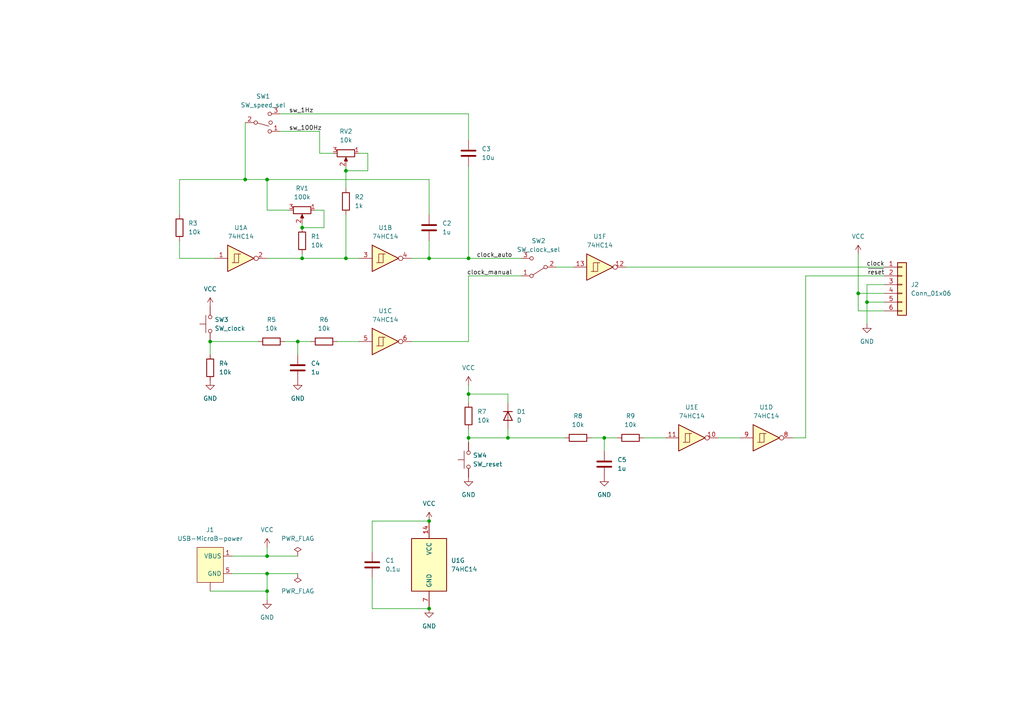
<source format=kicad_sch>
(kicad_sch (version 20211123) (generator eeschema)

  (uuid 66a3c8b9-9274-4771-83a8-72bbe20282aa)

  (paper "A4")

  (lib_symbols
    (symbol "74xx:74HC14" (pin_names (offset 1.016)) (in_bom yes) (on_board yes)
      (property "Reference" "U" (id 0) (at 0 1.27 0)
        (effects (font (size 1.27 1.27)))
      )
      (property "Value" "74HC14" (id 1) (at 0 -1.27 0)
        (effects (font (size 1.27 1.27)))
      )
      (property "Footprint" "" (id 2) (at 0 0 0)
        (effects (font (size 1.27 1.27)) hide)
      )
      (property "Datasheet" "http://www.ti.com/lit/gpn/sn74HC14" (id 3) (at 0 0 0)
        (effects (font (size 1.27 1.27)) hide)
      )
      (property "ki_locked" "" (id 4) (at 0 0 0)
        (effects (font (size 1.27 1.27)))
      )
      (property "ki_keywords" "HCMOS not inverter" (id 5) (at 0 0 0)
        (effects (font (size 1.27 1.27)) hide)
      )
      (property "ki_description" "Hex inverter schmitt trigger" (id 6) (at 0 0 0)
        (effects (font (size 1.27 1.27)) hide)
      )
      (property "ki_fp_filters" "DIP*W7.62mm*" (id 7) (at 0 0 0)
        (effects (font (size 1.27 1.27)) hide)
      )
      (symbol "74HC14_1_0"
        (polyline
          (pts
            (xy -3.81 3.81)
            (xy -3.81 -3.81)
            (xy 3.81 0)
            (xy -3.81 3.81)
          )
          (stroke (width 0.254) (type default) (color 0 0 0 0))
          (fill (type background))
        )
        (pin input line (at -7.62 0 0) (length 3.81)
          (name "~" (effects (font (size 1.27 1.27))))
          (number "1" (effects (font (size 1.27 1.27))))
        )
        (pin output inverted (at 7.62 0 180) (length 3.81)
          (name "~" (effects (font (size 1.27 1.27))))
          (number "2" (effects (font (size 1.27 1.27))))
        )
      )
      (symbol "74HC14_1_1"
        (polyline
          (pts
            (xy -1.905 -1.27)
            (xy -1.905 1.27)
            (xy -0.635 1.27)
          )
          (stroke (width 0) (type default) (color 0 0 0 0))
          (fill (type none))
        )
        (polyline
          (pts
            (xy -2.54 -1.27)
            (xy -0.635 -1.27)
            (xy -0.635 1.27)
            (xy 0 1.27)
          )
          (stroke (width 0) (type default) (color 0 0 0 0))
          (fill (type none))
        )
      )
      (symbol "74HC14_2_0"
        (polyline
          (pts
            (xy -3.81 3.81)
            (xy -3.81 -3.81)
            (xy 3.81 0)
            (xy -3.81 3.81)
          )
          (stroke (width 0.254) (type default) (color 0 0 0 0))
          (fill (type background))
        )
        (pin input line (at -7.62 0 0) (length 3.81)
          (name "~" (effects (font (size 1.27 1.27))))
          (number "3" (effects (font (size 1.27 1.27))))
        )
        (pin output inverted (at 7.62 0 180) (length 3.81)
          (name "~" (effects (font (size 1.27 1.27))))
          (number "4" (effects (font (size 1.27 1.27))))
        )
      )
      (symbol "74HC14_2_1"
        (polyline
          (pts
            (xy -1.905 -1.27)
            (xy -1.905 1.27)
            (xy -0.635 1.27)
          )
          (stroke (width 0) (type default) (color 0 0 0 0))
          (fill (type none))
        )
        (polyline
          (pts
            (xy -2.54 -1.27)
            (xy -0.635 -1.27)
            (xy -0.635 1.27)
            (xy 0 1.27)
          )
          (stroke (width 0) (type default) (color 0 0 0 0))
          (fill (type none))
        )
      )
      (symbol "74HC14_3_0"
        (polyline
          (pts
            (xy -3.81 3.81)
            (xy -3.81 -3.81)
            (xy 3.81 0)
            (xy -3.81 3.81)
          )
          (stroke (width 0.254) (type default) (color 0 0 0 0))
          (fill (type background))
        )
        (pin input line (at -7.62 0 0) (length 3.81)
          (name "~" (effects (font (size 1.27 1.27))))
          (number "5" (effects (font (size 1.27 1.27))))
        )
        (pin output inverted (at 7.62 0 180) (length 3.81)
          (name "~" (effects (font (size 1.27 1.27))))
          (number "6" (effects (font (size 1.27 1.27))))
        )
      )
      (symbol "74HC14_3_1"
        (polyline
          (pts
            (xy -1.905 -1.27)
            (xy -1.905 1.27)
            (xy -0.635 1.27)
          )
          (stroke (width 0) (type default) (color 0 0 0 0))
          (fill (type none))
        )
        (polyline
          (pts
            (xy -2.54 -1.27)
            (xy -0.635 -1.27)
            (xy -0.635 1.27)
            (xy 0 1.27)
          )
          (stroke (width 0) (type default) (color 0 0 0 0))
          (fill (type none))
        )
      )
      (symbol "74HC14_4_0"
        (polyline
          (pts
            (xy -3.81 3.81)
            (xy -3.81 -3.81)
            (xy 3.81 0)
            (xy -3.81 3.81)
          )
          (stroke (width 0.254) (type default) (color 0 0 0 0))
          (fill (type background))
        )
        (pin output inverted (at 7.62 0 180) (length 3.81)
          (name "~" (effects (font (size 1.27 1.27))))
          (number "8" (effects (font (size 1.27 1.27))))
        )
        (pin input line (at -7.62 0 0) (length 3.81)
          (name "~" (effects (font (size 1.27 1.27))))
          (number "9" (effects (font (size 1.27 1.27))))
        )
      )
      (symbol "74HC14_4_1"
        (polyline
          (pts
            (xy -1.905 -1.27)
            (xy -1.905 1.27)
            (xy -0.635 1.27)
          )
          (stroke (width 0) (type default) (color 0 0 0 0))
          (fill (type none))
        )
        (polyline
          (pts
            (xy -2.54 -1.27)
            (xy -0.635 -1.27)
            (xy -0.635 1.27)
            (xy 0 1.27)
          )
          (stroke (width 0) (type default) (color 0 0 0 0))
          (fill (type none))
        )
      )
      (symbol "74HC14_5_0"
        (polyline
          (pts
            (xy -3.81 3.81)
            (xy -3.81 -3.81)
            (xy 3.81 0)
            (xy -3.81 3.81)
          )
          (stroke (width 0.254) (type default) (color 0 0 0 0))
          (fill (type background))
        )
        (pin output inverted (at 7.62 0 180) (length 3.81)
          (name "~" (effects (font (size 1.27 1.27))))
          (number "10" (effects (font (size 1.27 1.27))))
        )
        (pin input line (at -7.62 0 0) (length 3.81)
          (name "~" (effects (font (size 1.27 1.27))))
          (number "11" (effects (font (size 1.27 1.27))))
        )
      )
      (symbol "74HC14_5_1"
        (polyline
          (pts
            (xy -1.905 -1.27)
            (xy -1.905 1.27)
            (xy -0.635 1.27)
          )
          (stroke (width 0) (type default) (color 0 0 0 0))
          (fill (type none))
        )
        (polyline
          (pts
            (xy -2.54 -1.27)
            (xy -0.635 -1.27)
            (xy -0.635 1.27)
            (xy 0 1.27)
          )
          (stroke (width 0) (type default) (color 0 0 0 0))
          (fill (type none))
        )
      )
      (symbol "74HC14_6_0"
        (polyline
          (pts
            (xy -3.81 3.81)
            (xy -3.81 -3.81)
            (xy 3.81 0)
            (xy -3.81 3.81)
          )
          (stroke (width 0.254) (type default) (color 0 0 0 0))
          (fill (type background))
        )
        (pin output inverted (at 7.62 0 180) (length 3.81)
          (name "~" (effects (font (size 1.27 1.27))))
          (number "12" (effects (font (size 1.27 1.27))))
        )
        (pin input line (at -7.62 0 0) (length 3.81)
          (name "~" (effects (font (size 1.27 1.27))))
          (number "13" (effects (font (size 1.27 1.27))))
        )
      )
      (symbol "74HC14_6_1"
        (polyline
          (pts
            (xy -1.905 -1.27)
            (xy -1.905 1.27)
            (xy -0.635 1.27)
          )
          (stroke (width 0) (type default) (color 0 0 0 0))
          (fill (type none))
        )
        (polyline
          (pts
            (xy -2.54 -1.27)
            (xy -0.635 -1.27)
            (xy -0.635 1.27)
            (xy 0 1.27)
          )
          (stroke (width 0) (type default) (color 0 0 0 0))
          (fill (type none))
        )
      )
      (symbol "74HC14_7_0"
        (pin power_in line (at 0 12.7 270) (length 5.08)
          (name "VCC" (effects (font (size 1.27 1.27))))
          (number "14" (effects (font (size 1.27 1.27))))
        )
        (pin power_in line (at 0 -12.7 90) (length 5.08)
          (name "GND" (effects (font (size 1.27 1.27))))
          (number "7" (effects (font (size 1.27 1.27))))
        )
      )
      (symbol "74HC14_7_1"
        (rectangle (start -5.08 7.62) (end 5.08 -7.62)
          (stroke (width 0.254) (type default) (color 0 0 0 0))
          (fill (type background))
        )
      )
    )
    (symbol "Connector_Generic:Conn_01x06" (pin_names (offset 1.016) hide) (in_bom yes) (on_board yes)
      (property "Reference" "J" (id 0) (at 0 7.62 0)
        (effects (font (size 1.27 1.27)))
      )
      (property "Value" "Conn_01x06" (id 1) (at 0 -10.16 0)
        (effects (font (size 1.27 1.27)))
      )
      (property "Footprint" "" (id 2) (at 0 0 0)
        (effects (font (size 1.27 1.27)) hide)
      )
      (property "Datasheet" "~" (id 3) (at 0 0 0)
        (effects (font (size 1.27 1.27)) hide)
      )
      (property "ki_keywords" "connector" (id 4) (at 0 0 0)
        (effects (font (size 1.27 1.27)) hide)
      )
      (property "ki_description" "Generic connector, single row, 01x06, script generated (kicad-library-utils/schlib/autogen/connector/)" (id 5) (at 0 0 0)
        (effects (font (size 1.27 1.27)) hide)
      )
      (property "ki_fp_filters" "Connector*:*_1x??_*" (id 6) (at 0 0 0)
        (effects (font (size 1.27 1.27)) hide)
      )
      (symbol "Conn_01x06_1_1"
        (rectangle (start -1.27 -7.493) (end 0 -7.747)
          (stroke (width 0.1524) (type default) (color 0 0 0 0))
          (fill (type none))
        )
        (rectangle (start -1.27 -4.953) (end 0 -5.207)
          (stroke (width 0.1524) (type default) (color 0 0 0 0))
          (fill (type none))
        )
        (rectangle (start -1.27 -2.413) (end 0 -2.667)
          (stroke (width 0.1524) (type default) (color 0 0 0 0))
          (fill (type none))
        )
        (rectangle (start -1.27 0.127) (end 0 -0.127)
          (stroke (width 0.1524) (type default) (color 0 0 0 0))
          (fill (type none))
        )
        (rectangle (start -1.27 2.667) (end 0 2.413)
          (stroke (width 0.1524) (type default) (color 0 0 0 0))
          (fill (type none))
        )
        (rectangle (start -1.27 5.207) (end 0 4.953)
          (stroke (width 0.1524) (type default) (color 0 0 0 0))
          (fill (type none))
        )
        (rectangle (start -1.27 6.35) (end 1.27 -8.89)
          (stroke (width 0.254) (type default) (color 0 0 0 0))
          (fill (type background))
        )
        (pin passive line (at -5.08 5.08 0) (length 3.81)
          (name "Pin_1" (effects (font (size 1.27 1.27))))
          (number "1" (effects (font (size 1.27 1.27))))
        )
        (pin passive line (at -5.08 2.54 0) (length 3.81)
          (name "Pin_2" (effects (font (size 1.27 1.27))))
          (number "2" (effects (font (size 1.27 1.27))))
        )
        (pin passive line (at -5.08 0 0) (length 3.81)
          (name "Pin_3" (effects (font (size 1.27 1.27))))
          (number "3" (effects (font (size 1.27 1.27))))
        )
        (pin passive line (at -5.08 -2.54 0) (length 3.81)
          (name "Pin_4" (effects (font (size 1.27 1.27))))
          (number "4" (effects (font (size 1.27 1.27))))
        )
        (pin passive line (at -5.08 -5.08 0) (length 3.81)
          (name "Pin_5" (effects (font (size 1.27 1.27))))
          (number "5" (effects (font (size 1.27 1.27))))
        )
        (pin passive line (at -5.08 -7.62 0) (length 3.81)
          (name "Pin_6" (effects (font (size 1.27 1.27))))
          (number "6" (effects (font (size 1.27 1.27))))
        )
      )
    )
    (symbol "Device:C" (pin_numbers hide) (pin_names (offset 0.254)) (in_bom yes) (on_board yes)
      (property "Reference" "C" (id 0) (at 0.635 2.54 0)
        (effects (font (size 1.27 1.27)) (justify left))
      )
      (property "Value" "C" (id 1) (at 0.635 -2.54 0)
        (effects (font (size 1.27 1.27)) (justify left))
      )
      (property "Footprint" "" (id 2) (at 0.9652 -3.81 0)
        (effects (font (size 1.27 1.27)) hide)
      )
      (property "Datasheet" "~" (id 3) (at 0 0 0)
        (effects (font (size 1.27 1.27)) hide)
      )
      (property "ki_keywords" "cap capacitor" (id 4) (at 0 0 0)
        (effects (font (size 1.27 1.27)) hide)
      )
      (property "ki_description" "Unpolarized capacitor" (id 5) (at 0 0 0)
        (effects (font (size 1.27 1.27)) hide)
      )
      (property "ki_fp_filters" "C_*" (id 6) (at 0 0 0)
        (effects (font (size 1.27 1.27)) hide)
      )
      (symbol "C_0_1"
        (polyline
          (pts
            (xy -2.032 -0.762)
            (xy 2.032 -0.762)
          )
          (stroke (width 0.508) (type default) (color 0 0 0 0))
          (fill (type none))
        )
        (polyline
          (pts
            (xy -2.032 0.762)
            (xy 2.032 0.762)
          )
          (stroke (width 0.508) (type default) (color 0 0 0 0))
          (fill (type none))
        )
      )
      (symbol "C_1_1"
        (pin passive line (at 0 3.81 270) (length 2.794)
          (name "~" (effects (font (size 1.27 1.27))))
          (number "1" (effects (font (size 1.27 1.27))))
        )
        (pin passive line (at 0 -3.81 90) (length 2.794)
          (name "~" (effects (font (size 1.27 1.27))))
          (number "2" (effects (font (size 1.27 1.27))))
        )
      )
    )
    (symbol "Device:D" (pin_numbers hide) (pin_names (offset 1.016) hide) (in_bom yes) (on_board yes)
      (property "Reference" "D" (id 0) (at 0 2.54 0)
        (effects (font (size 1.27 1.27)))
      )
      (property "Value" "D" (id 1) (at 0 -2.54 0)
        (effects (font (size 1.27 1.27)))
      )
      (property "Footprint" "" (id 2) (at 0 0 0)
        (effects (font (size 1.27 1.27)) hide)
      )
      (property "Datasheet" "~" (id 3) (at 0 0 0)
        (effects (font (size 1.27 1.27)) hide)
      )
      (property "ki_keywords" "diode" (id 4) (at 0 0 0)
        (effects (font (size 1.27 1.27)) hide)
      )
      (property "ki_description" "Diode" (id 5) (at 0 0 0)
        (effects (font (size 1.27 1.27)) hide)
      )
      (property "ki_fp_filters" "TO-???* *_Diode_* *SingleDiode* D_*" (id 6) (at 0 0 0)
        (effects (font (size 1.27 1.27)) hide)
      )
      (symbol "D_0_1"
        (polyline
          (pts
            (xy -1.27 1.27)
            (xy -1.27 -1.27)
          )
          (stroke (width 0.254) (type default) (color 0 0 0 0))
          (fill (type none))
        )
        (polyline
          (pts
            (xy 1.27 0)
            (xy -1.27 0)
          )
          (stroke (width 0) (type default) (color 0 0 0 0))
          (fill (type none))
        )
        (polyline
          (pts
            (xy 1.27 1.27)
            (xy 1.27 -1.27)
            (xy -1.27 0)
            (xy 1.27 1.27)
          )
          (stroke (width 0.254) (type default) (color 0 0 0 0))
          (fill (type none))
        )
      )
      (symbol "D_1_1"
        (pin passive line (at -3.81 0 0) (length 2.54)
          (name "K" (effects (font (size 1.27 1.27))))
          (number "1" (effects (font (size 1.27 1.27))))
        )
        (pin passive line (at 3.81 0 180) (length 2.54)
          (name "A" (effects (font (size 1.27 1.27))))
          (number "2" (effects (font (size 1.27 1.27))))
        )
      )
    )
    (symbol "Device:R" (pin_numbers hide) (pin_names (offset 0)) (in_bom yes) (on_board yes)
      (property "Reference" "R" (id 0) (at 2.032 0 90)
        (effects (font (size 1.27 1.27)))
      )
      (property "Value" "R" (id 1) (at 0 0 90)
        (effects (font (size 1.27 1.27)))
      )
      (property "Footprint" "" (id 2) (at -1.778 0 90)
        (effects (font (size 1.27 1.27)) hide)
      )
      (property "Datasheet" "~" (id 3) (at 0 0 0)
        (effects (font (size 1.27 1.27)) hide)
      )
      (property "ki_keywords" "R res resistor" (id 4) (at 0 0 0)
        (effects (font (size 1.27 1.27)) hide)
      )
      (property "ki_description" "Resistor" (id 5) (at 0 0 0)
        (effects (font (size 1.27 1.27)) hide)
      )
      (property "ki_fp_filters" "R_*" (id 6) (at 0 0 0)
        (effects (font (size 1.27 1.27)) hide)
      )
      (symbol "R_0_1"
        (rectangle (start -1.016 -2.54) (end 1.016 2.54)
          (stroke (width 0.254) (type default) (color 0 0 0 0))
          (fill (type none))
        )
      )
      (symbol "R_1_1"
        (pin passive line (at 0 3.81 270) (length 1.27)
          (name "~" (effects (font (size 1.27 1.27))))
          (number "1" (effects (font (size 1.27 1.27))))
        )
        (pin passive line (at 0 -3.81 90) (length 1.27)
          (name "~" (effects (font (size 1.27 1.27))))
          (number "2" (effects (font (size 1.27 1.27))))
        )
      )
    )
    (symbol "Device:R_Potentiometer" (pin_names (offset 1.016) hide) (in_bom yes) (on_board yes)
      (property "Reference" "RV" (id 0) (at -4.445 0 90)
        (effects (font (size 1.27 1.27)))
      )
      (property "Value" "R_Potentiometer" (id 1) (at -2.54 0 90)
        (effects (font (size 1.27 1.27)))
      )
      (property "Footprint" "" (id 2) (at 0 0 0)
        (effects (font (size 1.27 1.27)) hide)
      )
      (property "Datasheet" "~" (id 3) (at 0 0 0)
        (effects (font (size 1.27 1.27)) hide)
      )
      (property "ki_keywords" "resistor variable" (id 4) (at 0 0 0)
        (effects (font (size 1.27 1.27)) hide)
      )
      (property "ki_description" "Potentiometer" (id 5) (at 0 0 0)
        (effects (font (size 1.27 1.27)) hide)
      )
      (property "ki_fp_filters" "Potentiometer*" (id 6) (at 0 0 0)
        (effects (font (size 1.27 1.27)) hide)
      )
      (symbol "R_Potentiometer_0_1"
        (polyline
          (pts
            (xy 2.54 0)
            (xy 1.524 0)
          )
          (stroke (width 0) (type default) (color 0 0 0 0))
          (fill (type none))
        )
        (polyline
          (pts
            (xy 1.143 0)
            (xy 2.286 0.508)
            (xy 2.286 -0.508)
            (xy 1.143 0)
          )
          (stroke (width 0) (type default) (color 0 0 0 0))
          (fill (type outline))
        )
        (rectangle (start 1.016 2.54) (end -1.016 -2.54)
          (stroke (width 0.254) (type default) (color 0 0 0 0))
          (fill (type none))
        )
      )
      (symbol "R_Potentiometer_1_1"
        (pin passive line (at 0 3.81 270) (length 1.27)
          (name "1" (effects (font (size 1.27 1.27))))
          (number "1" (effects (font (size 1.27 1.27))))
        )
        (pin passive line (at 3.81 0 180) (length 1.27)
          (name "2" (effects (font (size 1.27 1.27))))
          (number "2" (effects (font (size 1.27 1.27))))
        )
        (pin passive line (at 0 -3.81 90) (length 1.27)
          (name "3" (effects (font (size 1.27 1.27))))
          (number "3" (effects (font (size 1.27 1.27))))
        )
      )
    )
    (symbol "MyLibrary:USB-MicroB-power" (in_bom yes) (on_board yes)
      (property "Reference" "J" (id 0) (at 0 8.89 0)
        (effects (font (size 1.27 1.27)))
      )
      (property "Value" "USB-MicroB-power" (id 1) (at 0 6.35 0)
        (effects (font (size 1.27 1.27)))
      )
      (property "Footprint" "" (id 2) (at 0 0 0)
        (effects (font (size 1.27 1.27)) hide)
      )
      (property "Datasheet" "" (id 3) (at 0 0 0)
        (effects (font (size 1.27 1.27)) hide)
      )
      (symbol "USB-MicroB-power_0_1"
        (rectangle (start -3.81 5.08) (end 3.81 -5.08)
          (stroke (width 0) (type default) (color 0 0 0 0))
          (fill (type background))
        )
      )
      (symbol "USB-MicroB-power_1_1"
        (pin passive line (at 6.35 2.54 180) (length 2.54)
          (name "VBUS" (effects (font (size 1.27 1.27))))
          (number "1" (effects (font (size 1.27 1.27))))
        )
        (pin passive line (at 6.35 -2.54 180) (length 2.54)
          (name "GND" (effects (font (size 1.27 1.27))))
          (number "5" (effects (font (size 1.27 1.27))))
        )
        (pin passive line (at 0 -7.62 90) (length 2.54)
          (name "SHIELD" (effects (font (size 0 0))))
          (number "6" (effects (font (size 0 0))))
        )
      )
    )
    (symbol "Switch:SW_Push" (pin_numbers hide) (pin_names (offset 1.016) hide) (in_bom yes) (on_board yes)
      (property "Reference" "SW" (id 0) (at 1.27 2.54 0)
        (effects (font (size 1.27 1.27)) (justify left))
      )
      (property "Value" "SW_Push" (id 1) (at 0 -1.524 0)
        (effects (font (size 1.27 1.27)))
      )
      (property "Footprint" "" (id 2) (at 0 5.08 0)
        (effects (font (size 1.27 1.27)) hide)
      )
      (property "Datasheet" "~" (id 3) (at 0 5.08 0)
        (effects (font (size 1.27 1.27)) hide)
      )
      (property "ki_keywords" "switch normally-open pushbutton push-button" (id 4) (at 0 0 0)
        (effects (font (size 1.27 1.27)) hide)
      )
      (property "ki_description" "Push button switch, generic, two pins" (id 5) (at 0 0 0)
        (effects (font (size 1.27 1.27)) hide)
      )
      (symbol "SW_Push_0_1"
        (circle (center -2.032 0) (radius 0.508)
          (stroke (width 0) (type default) (color 0 0 0 0))
          (fill (type none))
        )
        (polyline
          (pts
            (xy 0 1.27)
            (xy 0 3.048)
          )
          (stroke (width 0) (type default) (color 0 0 0 0))
          (fill (type none))
        )
        (polyline
          (pts
            (xy 2.54 1.27)
            (xy -2.54 1.27)
          )
          (stroke (width 0) (type default) (color 0 0 0 0))
          (fill (type none))
        )
        (circle (center 2.032 0) (radius 0.508)
          (stroke (width 0) (type default) (color 0 0 0 0))
          (fill (type none))
        )
        (pin passive line (at -5.08 0 0) (length 2.54)
          (name "1" (effects (font (size 1.27 1.27))))
          (number "1" (effects (font (size 1.27 1.27))))
        )
        (pin passive line (at 5.08 0 180) (length 2.54)
          (name "2" (effects (font (size 1.27 1.27))))
          (number "2" (effects (font (size 1.27 1.27))))
        )
      )
    )
    (symbol "Switch:SW_SPDT" (pin_names (offset 0) hide) (in_bom yes) (on_board yes)
      (property "Reference" "SW" (id 0) (at 0 4.318 0)
        (effects (font (size 1.27 1.27)))
      )
      (property "Value" "SW_SPDT" (id 1) (at 0 -5.08 0)
        (effects (font (size 1.27 1.27)))
      )
      (property "Footprint" "" (id 2) (at 0 0 0)
        (effects (font (size 1.27 1.27)) hide)
      )
      (property "Datasheet" "~" (id 3) (at 0 0 0)
        (effects (font (size 1.27 1.27)) hide)
      )
      (property "ki_keywords" "switch single-pole double-throw spdt ON-ON" (id 4) (at 0 0 0)
        (effects (font (size 1.27 1.27)) hide)
      )
      (property "ki_description" "Switch, single pole double throw" (id 5) (at 0 0 0)
        (effects (font (size 1.27 1.27)) hide)
      )
      (symbol "SW_SPDT_0_0"
        (circle (center -2.032 0) (radius 0.508)
          (stroke (width 0) (type default) (color 0 0 0 0))
          (fill (type none))
        )
        (circle (center 2.032 -2.54) (radius 0.508)
          (stroke (width 0) (type default) (color 0 0 0 0))
          (fill (type none))
        )
      )
      (symbol "SW_SPDT_0_1"
        (polyline
          (pts
            (xy -1.524 0.254)
            (xy 1.651 2.286)
          )
          (stroke (width 0) (type default) (color 0 0 0 0))
          (fill (type none))
        )
        (circle (center 2.032 2.54) (radius 0.508)
          (stroke (width 0) (type default) (color 0 0 0 0))
          (fill (type none))
        )
      )
      (symbol "SW_SPDT_1_1"
        (pin passive line (at 5.08 2.54 180) (length 2.54)
          (name "A" (effects (font (size 1.27 1.27))))
          (number "1" (effects (font (size 1.27 1.27))))
        )
        (pin passive line (at -5.08 0 0) (length 2.54)
          (name "B" (effects (font (size 1.27 1.27))))
          (number "2" (effects (font (size 1.27 1.27))))
        )
        (pin passive line (at 5.08 -2.54 180) (length 2.54)
          (name "C" (effects (font (size 1.27 1.27))))
          (number "3" (effects (font (size 1.27 1.27))))
        )
      )
    )
    (symbol "Switch:SW_SPDT_MSM" (pin_names (offset 0) hide) (in_bom yes) (on_board yes)
      (property "Reference" "SW" (id 0) (at 0 5.08 0)
        (effects (font (size 1.27 1.27)))
      )
      (property "Value" "SW_SPDT_MSM" (id 1) (at 0 -5.08 0)
        (effects (font (size 1.27 1.27)))
      )
      (property "Footprint" "" (id 2) (at 0 0 0)
        (effects (font (size 1.27 1.27)) hide)
      )
      (property "Datasheet" "~" (id 3) (at 0 0 0)
        (effects (font (size 1.27 1.27)) hide)
      )
      (property "ki_keywords" "switch spdt single-pole double-throw ON-OFF-ON" (id 4) (at 0 0 0)
        (effects (font (size 1.27 1.27)) hide)
      )
      (property "ki_description" "Switch, single pole double throw, center OFF position" (id 5) (at 0 0 0)
        (effects (font (size 1.27 1.27)) hide)
      )
      (symbol "SW_SPDT_MSM_0_0"
        (circle (center -2.032 0) (radius 0.508)
          (stroke (width 0) (type default) (color 0 0 0 0))
          (fill (type none))
        )
        (polyline
          (pts
            (xy -1.524 0.127)
            (xy 1.778 1.016)
          )
          (stroke (width 0) (type default) (color 0 0 0 0))
          (fill (type none))
        )
        (circle (center 2.032 -2.54) (radius 0.508)
          (stroke (width 0) (type default) (color 0 0 0 0))
          (fill (type none))
        )
      )
      (symbol "SW_SPDT_MSM_0_1"
        (circle (center 2.032 2.54) (radius 0.508)
          (stroke (width 0) (type default) (color 0 0 0 0))
          (fill (type none))
        )
        (circle (center 2.286 0) (radius 0.508)
          (stroke (width 0) (type default) (color 0 0 0 0))
          (fill (type none))
        )
      )
      (symbol "SW_SPDT_MSM_1_1"
        (pin passive line (at 5.08 2.54 180) (length 2.54)
          (name "1" (effects (font (size 1.27 1.27))))
          (number "1" (effects (font (size 1.27 1.27))))
        )
        (pin passive line (at -5.08 0 0) (length 2.54)
          (name "2" (effects (font (size 1.27 1.27))))
          (number "2" (effects (font (size 1.27 1.27))))
        )
        (pin passive line (at 5.08 -2.54 180) (length 2.54)
          (name "3" (effects (font (size 1.27 1.27))))
          (number "3" (effects (font (size 1.27 1.27))))
        )
      )
    )
    (symbol "power:GND" (power) (pin_names (offset 0)) (in_bom yes) (on_board yes)
      (property "Reference" "#PWR" (id 0) (at 0 -6.35 0)
        (effects (font (size 1.27 1.27)) hide)
      )
      (property "Value" "GND" (id 1) (at 0 -3.81 0)
        (effects (font (size 1.27 1.27)))
      )
      (property "Footprint" "" (id 2) (at 0 0 0)
        (effects (font (size 1.27 1.27)) hide)
      )
      (property "Datasheet" "" (id 3) (at 0 0 0)
        (effects (font (size 1.27 1.27)) hide)
      )
      (property "ki_keywords" "power-flag" (id 4) (at 0 0 0)
        (effects (font (size 1.27 1.27)) hide)
      )
      (property "ki_description" "Power symbol creates a global label with name \"GND\" , ground" (id 5) (at 0 0 0)
        (effects (font (size 1.27 1.27)) hide)
      )
      (symbol "GND_0_1"
        (polyline
          (pts
            (xy 0 0)
            (xy 0 -1.27)
            (xy 1.27 -1.27)
            (xy 0 -2.54)
            (xy -1.27 -1.27)
            (xy 0 -1.27)
          )
          (stroke (width 0) (type default) (color 0 0 0 0))
          (fill (type none))
        )
      )
      (symbol "GND_1_1"
        (pin power_in line (at 0 0 270) (length 0) hide
          (name "GND" (effects (font (size 1.27 1.27))))
          (number "1" (effects (font (size 1.27 1.27))))
        )
      )
    )
    (symbol "power:PWR_FLAG" (power) (pin_numbers hide) (pin_names (offset 0) hide) (in_bom yes) (on_board yes)
      (property "Reference" "#FLG" (id 0) (at 0 1.905 0)
        (effects (font (size 1.27 1.27)) hide)
      )
      (property "Value" "PWR_FLAG" (id 1) (at 0 3.81 0)
        (effects (font (size 1.27 1.27)))
      )
      (property "Footprint" "" (id 2) (at 0 0 0)
        (effects (font (size 1.27 1.27)) hide)
      )
      (property "Datasheet" "~" (id 3) (at 0 0 0)
        (effects (font (size 1.27 1.27)) hide)
      )
      (property "ki_keywords" "power-flag" (id 4) (at 0 0 0)
        (effects (font (size 1.27 1.27)) hide)
      )
      (property "ki_description" "Special symbol for telling ERC where power comes from" (id 5) (at 0 0 0)
        (effects (font (size 1.27 1.27)) hide)
      )
      (symbol "PWR_FLAG_0_0"
        (pin power_out line (at 0 0 90) (length 0)
          (name "pwr" (effects (font (size 1.27 1.27))))
          (number "1" (effects (font (size 1.27 1.27))))
        )
      )
      (symbol "PWR_FLAG_0_1"
        (polyline
          (pts
            (xy 0 0)
            (xy 0 1.27)
            (xy -1.016 1.905)
            (xy 0 2.54)
            (xy 1.016 1.905)
            (xy 0 1.27)
          )
          (stroke (width 0) (type default) (color 0 0 0 0))
          (fill (type none))
        )
      )
    )
    (symbol "power:VCC" (power) (pin_names (offset 0)) (in_bom yes) (on_board yes)
      (property "Reference" "#PWR" (id 0) (at 0 -3.81 0)
        (effects (font (size 1.27 1.27)) hide)
      )
      (property "Value" "VCC" (id 1) (at 0 3.81 0)
        (effects (font (size 1.27 1.27)))
      )
      (property "Footprint" "" (id 2) (at 0 0 0)
        (effects (font (size 1.27 1.27)) hide)
      )
      (property "Datasheet" "" (id 3) (at 0 0 0)
        (effects (font (size 1.27 1.27)) hide)
      )
      (property "ki_keywords" "power-flag" (id 4) (at 0 0 0)
        (effects (font (size 1.27 1.27)) hide)
      )
      (property "ki_description" "Power symbol creates a global label with name \"VCC\"" (id 5) (at 0 0 0)
        (effects (font (size 1.27 1.27)) hide)
      )
      (symbol "VCC_0_1"
        (polyline
          (pts
            (xy -0.762 1.27)
            (xy 0 2.54)
          )
          (stroke (width 0) (type default) (color 0 0 0 0))
          (fill (type none))
        )
        (polyline
          (pts
            (xy 0 0)
            (xy 0 2.54)
          )
          (stroke (width 0) (type default) (color 0 0 0 0))
          (fill (type none))
        )
        (polyline
          (pts
            (xy 0 2.54)
            (xy 0.762 1.27)
          )
          (stroke (width 0) (type default) (color 0 0 0 0))
          (fill (type none))
        )
      )
      (symbol "VCC_1_1"
        (pin power_in line (at 0 0 90) (length 0) hide
          (name "VCC" (effects (font (size 1.27 1.27))))
          (number "1" (effects (font (size 1.27 1.27))))
        )
      )
    )
  )

  (junction (at 175.26 127) (diameter 0) (color 0 0 0 0)
    (uuid 07c006a0-41fb-4833-84d6-0bce5a4c1f05)
  )
  (junction (at 251.46 87.63) (diameter 0) (color 0 0 0 0)
    (uuid 221a77e4-72ba-4852-85fe-27673f6bf813)
  )
  (junction (at 100.33 49.53) (diameter 0) (color 0 0 0 0)
    (uuid 2dbf59fc-c1d8-44e6-943a-bafa4360af95)
  )
  (junction (at 71.12 52.07) (diameter 0) (color 0 0 0 0)
    (uuid 3a536ef2-1104-4f34-b878-8f419296e242)
  )
  (junction (at 124.46 176.53) (diameter 0) (color 0 0 0 0)
    (uuid 3ccbfb9b-3f1d-46f1-9ba8-c0bfe5bc7bab)
  )
  (junction (at 87.63 66.04) (diameter 0) (color 0 0 0 0)
    (uuid 40ca1de0-3ad0-4617-b5aa-3ac75c8149bf)
  )
  (junction (at 124.46 151.13) (diameter 0) (color 0 0 0 0)
    (uuid 7b64cfe5-3557-4bfe-8514-de57aa784542)
  )
  (junction (at 77.47 161.29) (diameter 0) (color 0 0 0 0)
    (uuid 88c366cc-f529-42cb-bd04-cab4d5a10e0b)
  )
  (junction (at 135.89 74.93) (diameter 0) (color 0 0 0 0)
    (uuid 9583c7bb-f3ce-4962-b274-d241330b4933)
  )
  (junction (at 147.32 127) (diameter 0) (color 0 0 0 0)
    (uuid 985945db-394e-47a6-84a1-19c03d724c01)
  )
  (junction (at 135.89 127) (diameter 0) (color 0 0 0 0)
    (uuid a4cb0689-f6d7-4d49-8c73-6a7c5dec5ff3)
  )
  (junction (at 135.89 114.3) (diameter 0) (color 0 0 0 0)
    (uuid b0a6b426-c2b6-4797-b41b-3ff0d6100c5e)
  )
  (junction (at 77.47 171.45) (diameter 0) (color 0 0 0 0)
    (uuid b1eb3fd7-656c-4c55-a432-9d1e2e59a919)
  )
  (junction (at 86.36 99.06) (diameter 0) (color 0 0 0 0)
    (uuid b22880eb-b8b0-4051-86ce-b3b8352fc81f)
  )
  (junction (at 100.33 74.93) (diameter 0) (color 0 0 0 0)
    (uuid bb337eb8-3a16-416f-9f52-f4775c601734)
  )
  (junction (at 124.46 74.93) (diameter 0) (color 0 0 0 0)
    (uuid bbe59453-b67c-4d4c-8482-74f4547a414b)
  )
  (junction (at 87.63 74.93) (diameter 0) (color 0 0 0 0)
    (uuid c04973a5-b774-44ff-8ee6-fae43e4b4d0e)
  )
  (junction (at 77.47 166.37) (diameter 0) (color 0 0 0 0)
    (uuid c2b1d1cb-0df9-4298-ade4-b9e3c393b6e6)
  )
  (junction (at 248.92 85.09) (diameter 0) (color 0 0 0 0)
    (uuid c8ed5f83-891e-42a6-be3e-0b42594fa4bb)
  )
  (junction (at 77.47 52.07) (diameter 0) (color 0 0 0 0)
    (uuid cc20f8c5-275d-4112-9df8-9ddc0068f1c7)
  )
  (junction (at 60.96 99.06) (diameter 0) (color 0 0 0 0)
    (uuid fbf8282e-a417-4136-913e-b62ab9c3bead)
  )

  (wire (pts (xy 83.82 60.96) (xy 77.47 60.96))
    (stroke (width 0) (type default) (color 0 0 0 0))
    (uuid 03b80a74-1d22-46d4-adef-052bead84ab4)
  )
  (wire (pts (xy 100.33 49.53) (xy 106.68 49.53))
    (stroke (width 0) (type default) (color 0 0 0 0))
    (uuid 03fe5ba8-3d38-4ed3-a6f2-72d60ed61891)
  )
  (wire (pts (xy 135.89 33.02) (xy 135.89 40.64))
    (stroke (width 0) (type default) (color 0 0 0 0))
    (uuid 05991113-aec0-497e-ae08-aa4033a204cf)
  )
  (wire (pts (xy 71.12 52.07) (xy 77.47 52.07))
    (stroke (width 0) (type default) (color 0 0 0 0))
    (uuid 05df103a-f39d-4178-b536-ac66a58cf533)
  )
  (wire (pts (xy 161.29 77.47) (xy 166.37 77.47))
    (stroke (width 0) (type default) (color 0 0 0 0))
    (uuid 0d9f07f0-2e24-438e-ba49-6feb500a0ae7)
  )
  (wire (pts (xy 171.45 127) (xy 175.26 127))
    (stroke (width 0) (type default) (color 0 0 0 0))
    (uuid 0ddff6f0-e2ac-4c40-8373-779ee0c663e7)
  )
  (wire (pts (xy 251.46 87.63) (xy 251.46 93.98))
    (stroke (width 0) (type default) (color 0 0 0 0))
    (uuid 11b54315-a402-47a9-a89a-33b0af031064)
  )
  (wire (pts (xy 175.26 127) (xy 175.26 130.81))
    (stroke (width 0) (type default) (color 0 0 0 0))
    (uuid 19e551c1-dc37-4581-9337-26367fbeaba3)
  )
  (wire (pts (xy 52.07 52.07) (xy 52.07 62.23))
    (stroke (width 0) (type default) (color 0 0 0 0))
    (uuid 1b567308-d317-405c-a9cb-aaad26397749)
  )
  (wire (pts (xy 77.47 166.37) (xy 86.36 166.37))
    (stroke (width 0) (type default) (color 0 0 0 0))
    (uuid 261b5550-5736-4479-b7e1-b531651b606d)
  )
  (wire (pts (xy 181.61 77.47) (xy 256.54 77.47))
    (stroke (width 0) (type default) (color 0 0 0 0))
    (uuid 26c41db1-b397-476a-bcdc-3f5dfa0110d2)
  )
  (wire (pts (xy 135.89 74.93) (xy 124.46 74.93))
    (stroke (width 0) (type default) (color 0 0 0 0))
    (uuid 2b9610c6-c76a-4275-aaaa-a66fb4c2afc5)
  )
  (wire (pts (xy 93.98 60.96) (xy 91.44 60.96))
    (stroke (width 0) (type default) (color 0 0 0 0))
    (uuid 2dc93775-692d-428a-b653-99ca9a618141)
  )
  (wire (pts (xy 60.96 99.06) (xy 60.96 102.87))
    (stroke (width 0) (type default) (color 0 0 0 0))
    (uuid 330c54f8-c14a-4425-b32a-abefc825cf04)
  )
  (wire (pts (xy 62.23 74.93) (xy 52.07 74.93))
    (stroke (width 0) (type default) (color 0 0 0 0))
    (uuid 362f18a4-6e61-4c8e-8cc0-5679e38736dd)
  )
  (wire (pts (xy 107.95 151.13) (xy 107.95 160.02))
    (stroke (width 0) (type default) (color 0 0 0 0))
    (uuid 393b939e-360f-470c-bebf-9d130fbc3f7e)
  )
  (wire (pts (xy 251.46 87.63) (xy 256.54 87.63))
    (stroke (width 0) (type default) (color 0 0 0 0))
    (uuid 3d144b70-c926-4969-a8b6-0ef7a422449a)
  )
  (wire (pts (xy 256.54 82.55) (xy 251.46 82.55))
    (stroke (width 0) (type default) (color 0 0 0 0))
    (uuid 3e404668-46bd-4a22-9f46-5beb1d346924)
  )
  (wire (pts (xy 77.47 161.29) (xy 77.47 158.75))
    (stroke (width 0) (type default) (color 0 0 0 0))
    (uuid 486b653d-c924-4c62-9c04-65c36077463f)
  )
  (wire (pts (xy 124.46 74.93) (xy 124.46 69.85))
    (stroke (width 0) (type default) (color 0 0 0 0))
    (uuid 4d931d59-51e0-43ba-8294-f536a54b2b23)
  )
  (wire (pts (xy 87.63 74.93) (xy 100.33 74.93))
    (stroke (width 0) (type default) (color 0 0 0 0))
    (uuid 4f1e0bcc-bbd5-40e6-abcd-eea48716c260)
  )
  (wire (pts (xy 100.33 74.93) (xy 104.14 74.93))
    (stroke (width 0) (type default) (color 0 0 0 0))
    (uuid 4f98b267-a459-431a-a9bc-c9222d4b67f2)
  )
  (wire (pts (xy 135.89 99.06) (xy 119.38 99.06))
    (stroke (width 0) (type default) (color 0 0 0 0))
    (uuid 5413cfb2-f01c-497a-8227-7c9b29df3e1a)
  )
  (wire (pts (xy 135.89 48.26) (xy 135.89 74.93))
    (stroke (width 0) (type default) (color 0 0 0 0))
    (uuid 55c7bcbc-b5da-41f1-a4bf-2a41d08d2deb)
  )
  (wire (pts (xy 106.68 44.45) (xy 104.14 44.45))
    (stroke (width 0) (type default) (color 0 0 0 0))
    (uuid 55ed6417-cfa8-4f58-b14c-7c9361625600)
  )
  (wire (pts (xy 248.92 73.66) (xy 248.92 85.09))
    (stroke (width 0) (type default) (color 0 0 0 0))
    (uuid 5fc37837-0cba-4916-a574-119219ba2fdc)
  )
  (wire (pts (xy 124.46 52.07) (xy 124.46 62.23))
    (stroke (width 0) (type default) (color 0 0 0 0))
    (uuid 62b2fa1b-ac95-4bcc-94c3-570e58e84c8f)
  )
  (wire (pts (xy 87.63 73.66) (xy 87.63 74.93))
    (stroke (width 0) (type default) (color 0 0 0 0))
    (uuid 632f58a3-c56d-4e6f-b23e-d37021a036a4)
  )
  (wire (pts (xy 251.46 82.55) (xy 251.46 87.63))
    (stroke (width 0) (type default) (color 0 0 0 0))
    (uuid 6c16481a-ae4e-4630-955a-5cfb2583ab4d)
  )
  (wire (pts (xy 71.12 35.56) (xy 71.12 52.07))
    (stroke (width 0) (type default) (color 0 0 0 0))
    (uuid 72b633da-56a7-416c-a460-004231baf127)
  )
  (wire (pts (xy 77.47 173.99) (xy 77.47 171.45))
    (stroke (width 0) (type default) (color 0 0 0 0))
    (uuid 745bd4cd-b017-4d2d-ae23-8c51be0e2a96)
  )
  (wire (pts (xy 175.26 127) (xy 179.07 127))
    (stroke (width 0) (type default) (color 0 0 0 0))
    (uuid 7503f7d4-07c1-4e49-8d4e-2e78647927a8)
  )
  (wire (pts (xy 67.31 161.29) (xy 77.47 161.29))
    (stroke (width 0) (type default) (color 0 0 0 0))
    (uuid 75f179b5-31f9-420e-83dc-22373ab988fb)
  )
  (wire (pts (xy 233.68 80.01) (xy 256.54 80.01))
    (stroke (width 0) (type default) (color 0 0 0 0))
    (uuid 76daf449-76c7-4693-98cd-87c919f5d590)
  )
  (wire (pts (xy 186.69 127) (xy 193.04 127))
    (stroke (width 0) (type default) (color 0 0 0 0))
    (uuid 780990d7-3afd-453e-beb6-fa99dd4589a7)
  )
  (wire (pts (xy 67.31 166.37) (xy 77.47 166.37))
    (stroke (width 0) (type default) (color 0 0 0 0))
    (uuid 788b55b8-0ae7-404f-b945-4d06835e9414)
  )
  (wire (pts (xy 60.96 171.45) (xy 77.47 171.45))
    (stroke (width 0) (type default) (color 0 0 0 0))
    (uuid 7a1025bb-6c98-40cb-bcc3-682daa276d5a)
  )
  (wire (pts (xy 86.36 99.06) (xy 90.17 99.06))
    (stroke (width 0) (type default) (color 0 0 0 0))
    (uuid 7b92c7ca-f0f6-41d7-a38a-0de2376726c5)
  )
  (wire (pts (xy 92.71 44.45) (xy 96.52 44.45))
    (stroke (width 0) (type default) (color 0 0 0 0))
    (uuid 7e3d7c94-ac30-4b08-876b-8cb02ff13be5)
  )
  (wire (pts (xy 214.63 127) (xy 208.28 127))
    (stroke (width 0) (type default) (color 0 0 0 0))
    (uuid 81dd028e-4fff-48b1-9542-578e2b5d2de7)
  )
  (wire (pts (xy 135.89 114.3) (xy 135.89 116.84))
    (stroke (width 0) (type default) (color 0 0 0 0))
    (uuid 84f4f71f-a13a-40e8-90e9-a9b73a62f39f)
  )
  (wire (pts (xy 248.92 85.09) (xy 248.92 90.17))
    (stroke (width 0) (type default) (color 0 0 0 0))
    (uuid 873c5b32-7ece-4e5d-a77b-5282ca566acc)
  )
  (wire (pts (xy 97.79 99.06) (xy 104.14 99.06))
    (stroke (width 0) (type default) (color 0 0 0 0))
    (uuid 88c29dfa-9d0e-491d-a127-1f3055889dbd)
  )
  (wire (pts (xy 106.68 44.45) (xy 106.68 49.53))
    (stroke (width 0) (type default) (color 0 0 0 0))
    (uuid 8925f2ce-bb63-4866-a517-21af1b3d7fb0)
  )
  (wire (pts (xy 124.46 151.13) (xy 107.95 151.13))
    (stroke (width 0) (type default) (color 0 0 0 0))
    (uuid 8d039244-fc8b-49cf-9368-aabfe0a5645f)
  )
  (wire (pts (xy 93.98 60.96) (xy 93.98 66.04))
    (stroke (width 0) (type default) (color 0 0 0 0))
    (uuid 902ac06a-0945-4f35-acdd-dbbd7475437d)
  )
  (wire (pts (xy 77.47 74.93) (xy 87.63 74.93))
    (stroke (width 0) (type default) (color 0 0 0 0))
    (uuid 983dcc6e-2693-4aba-933a-223a55fee00a)
  )
  (wire (pts (xy 100.33 62.23) (xy 100.33 74.93))
    (stroke (width 0) (type default) (color 0 0 0 0))
    (uuid 9873f90c-b01c-47ec-81ea-bb563f2b67dc)
  )
  (wire (pts (xy 52.07 52.07) (xy 71.12 52.07))
    (stroke (width 0) (type default) (color 0 0 0 0))
    (uuid 9bd1c8bd-90e2-4540-ab0b-4b02b5c635f8)
  )
  (wire (pts (xy 248.92 90.17) (xy 256.54 90.17))
    (stroke (width 0) (type default) (color 0 0 0 0))
    (uuid 9d955ac1-65d8-4680-8bb1-6e9181a9787b)
  )
  (wire (pts (xy 81.28 33.02) (xy 135.89 33.02))
    (stroke (width 0) (type default) (color 0 0 0 0))
    (uuid 9fe413ef-065c-4c2a-8dfb-587dd2de8867)
  )
  (wire (pts (xy 52.07 74.93) (xy 52.07 69.85))
    (stroke (width 0) (type default) (color 0 0 0 0))
    (uuid a0b3a911-8bde-448f-8055-716ac71176f1)
  )
  (wire (pts (xy 147.32 127) (xy 163.83 127))
    (stroke (width 0) (type default) (color 0 0 0 0))
    (uuid a1a399cf-0a8b-400f-b61a-69200243deae)
  )
  (wire (pts (xy 124.46 176.53) (xy 107.95 176.53))
    (stroke (width 0) (type default) (color 0 0 0 0))
    (uuid a2342b03-535f-40db-8dc6-0ed197d285c0)
  )
  (wire (pts (xy 147.32 116.84) (xy 147.32 114.3))
    (stroke (width 0) (type default) (color 0 0 0 0))
    (uuid aa74ce63-c172-46f0-990f-28feb08f97ec)
  )
  (wire (pts (xy 151.13 80.01) (xy 135.89 80.01))
    (stroke (width 0) (type default) (color 0 0 0 0))
    (uuid aa76dff8-db34-41fa-9282-5a6d871ed5e3)
  )
  (wire (pts (xy 77.47 166.37) (xy 77.47 171.45))
    (stroke (width 0) (type default) (color 0 0 0 0))
    (uuid af7ce581-549a-48a6-8c33-9a04bf77fef0)
  )
  (wire (pts (xy 248.92 85.09) (xy 256.54 85.09))
    (stroke (width 0) (type default) (color 0 0 0 0))
    (uuid b19979ce-dde8-476b-8908-382a38a0ed49)
  )
  (wire (pts (xy 86.36 99.06) (xy 86.36 102.87))
    (stroke (width 0) (type default) (color 0 0 0 0))
    (uuid b1c6c8f8-c0f1-48b7-aea9-dabcd6a59be7)
  )
  (wire (pts (xy 229.87 127) (xy 233.68 127))
    (stroke (width 0) (type default) (color 0 0 0 0))
    (uuid b76d9cca-bd8e-4bc3-9f51-2311baa324ad)
  )
  (wire (pts (xy 60.96 99.06) (xy 74.93 99.06))
    (stroke (width 0) (type default) (color 0 0 0 0))
    (uuid b79e0b57-0120-4eae-b042-3b4d4628d7c6)
  )
  (wire (pts (xy 82.55 99.06) (xy 86.36 99.06))
    (stroke (width 0) (type default) (color 0 0 0 0))
    (uuid b976e37d-736b-4782-a68e-aa1eead0e62f)
  )
  (wire (pts (xy 92.71 38.1) (xy 92.71 44.45))
    (stroke (width 0) (type default) (color 0 0 0 0))
    (uuid b9e522c9-ed00-4a06-99c7-d49f8083d9c5)
  )
  (wire (pts (xy 77.47 60.96) (xy 77.47 52.07))
    (stroke (width 0) (type default) (color 0 0 0 0))
    (uuid bb96fe01-16cf-4604-b45f-8da1a8c1d484)
  )
  (wire (pts (xy 135.89 111.76) (xy 135.89 114.3))
    (stroke (width 0) (type default) (color 0 0 0 0))
    (uuid bccd1479-6ded-47f9-972f-399a076d2d9c)
  )
  (wire (pts (xy 100.33 49.53) (xy 100.33 54.61))
    (stroke (width 0) (type default) (color 0 0 0 0))
    (uuid bd5d9520-c59c-4972-b8d5-c93f1996b6ae)
  )
  (wire (pts (xy 77.47 161.29) (xy 86.36 161.29))
    (stroke (width 0) (type default) (color 0 0 0 0))
    (uuid c0817474-a3b1-42d9-96b8-7bdd686c5b70)
  )
  (wire (pts (xy 135.89 127) (xy 147.32 127))
    (stroke (width 0) (type default) (color 0 0 0 0))
    (uuid c52b45cb-8579-4804-97db-f9854a35c036)
  )
  (wire (pts (xy 135.89 127) (xy 135.89 128.27))
    (stroke (width 0) (type default) (color 0 0 0 0))
    (uuid c8e35697-da8f-4925-9aff-5df3dea0e3c3)
  )
  (wire (pts (xy 119.38 74.93) (xy 124.46 74.93))
    (stroke (width 0) (type default) (color 0 0 0 0))
    (uuid cc6b54b7-9bd8-4dac-b85f-02d0fcf41b01)
  )
  (wire (pts (xy 93.98 66.04) (xy 87.63 66.04))
    (stroke (width 0) (type default) (color 0 0 0 0))
    (uuid d0850e3a-bbe5-48b9-9b67-cbbd48d2c6c1)
  )
  (wire (pts (xy 135.89 74.93) (xy 151.13 74.93))
    (stroke (width 0) (type default) (color 0 0 0 0))
    (uuid d52aca5e-0984-4c42-b24f-b8b920ad9d3d)
  )
  (wire (pts (xy 147.32 124.46) (xy 147.32 127))
    (stroke (width 0) (type default) (color 0 0 0 0))
    (uuid db7ba4cd-b02d-4d10-b70f-4e60a584ac8a)
  )
  (wire (pts (xy 100.33 48.26) (xy 100.33 49.53))
    (stroke (width 0) (type default) (color 0 0 0 0))
    (uuid e007b48b-69dc-452f-8082-150628facafb)
  )
  (wire (pts (xy 81.28 38.1) (xy 92.71 38.1))
    (stroke (width 0) (type default) (color 0 0 0 0))
    (uuid e0bb22cf-f8f9-4155-8ce5-52d3f50e0f9e)
  )
  (wire (pts (xy 233.68 127) (xy 233.68 80.01))
    (stroke (width 0) (type default) (color 0 0 0 0))
    (uuid e215ed9c-c370-410c-b2bc-9cb2d759ccc2)
  )
  (wire (pts (xy 135.89 80.01) (xy 135.89 99.06))
    (stroke (width 0) (type default) (color 0 0 0 0))
    (uuid e5d5701e-9019-4e70-8347-3b99493f8c16)
  )
  (wire (pts (xy 147.32 114.3) (xy 135.89 114.3))
    (stroke (width 0) (type default) (color 0 0 0 0))
    (uuid e85ececf-6ee0-46ad-8c4c-bdbcf363eb52)
  )
  (wire (pts (xy 87.63 64.77) (xy 87.63 66.04))
    (stroke (width 0) (type default) (color 0 0 0 0))
    (uuid eaf84a41-908b-402e-b161-9ee180cc94dc)
  )
  (wire (pts (xy 107.95 176.53) (xy 107.95 167.64))
    (stroke (width 0) (type default) (color 0 0 0 0))
    (uuid ebe021fe-d3ea-45c5-9b2c-c37e79cc590a)
  )
  (wire (pts (xy 77.47 52.07) (xy 124.46 52.07))
    (stroke (width 0) (type default) (color 0 0 0 0))
    (uuid ef5b24ec-7f03-43ce-a51c-5ef4540d5513)
  )
  (wire (pts (xy 135.89 124.46) (xy 135.89 127))
    (stroke (width 0) (type default) (color 0 0 0 0))
    (uuid fba9e46c-ae0a-4b46-8711-54b952dcc54a)
  )

  (label "sw_100Hz" (at 83.82 38.1 0)
    (effects (font (size 1.27 1.27)) (justify left bottom))
    (uuid 0261dfa0-6280-4494-bfdb-ccb18107daac)
  )
  (label "clock_manual" (at 148.59 80.01 180)
    (effects (font (size 1.27 1.27)) (justify right bottom))
    (uuid 18984e59-733e-40c5-8ebc-e7f905cf8c3e)
  )
  (label "~{reset}" (at 256.54 80.01 180)
    (effects (font (size 1.27 1.27)) (justify right bottom))
    (uuid 5bf04a25-c48c-49ee-806d-2e85e534774e)
  )
  (label "clock_auto" (at 148.59 74.93 180)
    (effects (font (size 1.27 1.27)) (justify right bottom))
    (uuid 964f8c18-c97a-4eda-ab3e-889cb97ab99b)
  )
  (label "clock" (at 256.54 77.47 180)
    (effects (font (size 1.27 1.27)) (justify right bottom))
    (uuid 9747f670-ec9c-4a24-98a5-a5a25596490c)
  )
  (label "sw_1Hz" (at 83.82 33.02 0)
    (effects (font (size 1.27 1.27)) (justify left bottom))
    (uuid dfd8d98e-0598-409a-9215-64b713cf920b)
  )

  (symbol (lib_id "Device:C") (at 124.46 66.04 0) (unit 1)
    (in_bom yes) (on_board yes) (fields_autoplaced)
    (uuid 07836ad3-494f-494e-beb8-5cf2bee88906)
    (property "Reference" "C2" (id 0) (at 128.27 64.7699 0)
      (effects (font (size 1.27 1.27)) (justify left))
    )
    (property "Value" "1u" (id 1) (at 128.27 67.3099 0)
      (effects (font (size 1.27 1.27)) (justify left))
    )
    (property "Footprint" "Capacitor_THT:C_Disc_D5.1mm_W3.2mm_P5.00mm" (id 2) (at 125.4252 69.85 0)
      (effects (font (size 1.27 1.27)) hide)
    )
    (property "Datasheet" "~" (id 3) (at 124.46 66.04 0)
      (effects (font (size 1.27 1.27)) hide)
    )
    (pin "1" (uuid f64f41f7-7545-4feb-ba13-b6bec8ad3a0a))
    (pin "2" (uuid d7509f11-7743-4fd8-a9b9-eaeb208daef1))
  )

  (symbol (lib_id "Device:C") (at 135.89 44.45 0) (unit 1)
    (in_bom yes) (on_board yes) (fields_autoplaced)
    (uuid 07d9d636-1314-4cf8-ad58-c1433669597c)
    (property "Reference" "C3" (id 0) (at 139.7 43.1799 0)
      (effects (font (size 1.27 1.27)) (justify left))
    )
    (property "Value" "10u" (id 1) (at 139.7 45.7199 0)
      (effects (font (size 1.27 1.27)) (justify left))
    )
    (property "Footprint" "Capacitor_THT:C_Disc_D6.0mm_W4.4mm_P5.00mm" (id 2) (at 136.8552 48.26 0)
      (effects (font (size 1.27 1.27)) hide)
    )
    (property "Datasheet" "~" (id 3) (at 135.89 44.45 0)
      (effects (font (size 1.27 1.27)) hide)
    )
    (pin "1" (uuid de9a2596-d79b-4d53-ac8a-0e93204ea4f0))
    (pin "2" (uuid 00669461-97b3-4aa8-9a1b-d3cd018855de))
  )

  (symbol (lib_id "Connector_Generic:Conn_01x06") (at 261.62 82.55 0) (unit 1)
    (in_bom yes) (on_board yes) (fields_autoplaced)
    (uuid 0cc1dd25-c3b2-4026-8982-3a67e96e6900)
    (property "Reference" "J2" (id 0) (at 264.16 82.5499 0)
      (effects (font (size 1.27 1.27)) (justify left))
    )
    (property "Value" "Conn_01x06" (id 1) (at 264.16 85.0899 0)
      (effects (font (size 1.27 1.27)) (justify left))
    )
    (property "Footprint" "Connector_PinHeader_2.54mm:PinHeader_1x06_P2.54mm_Vertical" (id 2) (at 261.62 82.55 0)
      (effects (font (size 1.27 1.27)) hide)
    )
    (property "Datasheet" "~" (id 3) (at 261.62 82.55 0)
      (effects (font (size 1.27 1.27)) hide)
    )
    (pin "1" (uuid 38cf0e5c-82be-4d97-a195-83fcd1e13bec))
    (pin "2" (uuid 330c132d-fd38-4e7c-a1f0-a63834dddaba))
    (pin "3" (uuid 893805bf-9edf-4279-9f6d-65bdb4b46ff3))
    (pin "4" (uuid 74c00f96-0b6b-4f79-b93f-4cfde58b0b8d))
    (pin "5" (uuid 62391205-fd90-4614-8e34-f29be3cce472))
    (pin "6" (uuid 6922d157-d502-41bf-a3c3-47204e22a654))
  )

  (symbol (lib_id "Device:C") (at 107.95 163.83 0) (unit 1)
    (in_bom yes) (on_board yes) (fields_autoplaced)
    (uuid 0d75285c-4f3d-42b8-a149-495375eee8e9)
    (property "Reference" "C1" (id 0) (at 111.76 162.5599 0)
      (effects (font (size 1.27 1.27)) (justify left))
    )
    (property "Value" "0.1u" (id 1) (at 111.76 165.0999 0)
      (effects (font (size 1.27 1.27)) (justify left))
    )
    (property "Footprint" "Capacitor_THT:C_Disc_D5.1mm_W3.2mm_P5.00mm" (id 2) (at 108.9152 167.64 0)
      (effects (font (size 1.27 1.27)) hide)
    )
    (property "Datasheet" "~" (id 3) (at 107.95 163.83 0)
      (effects (font (size 1.27 1.27)) hide)
    )
    (pin "1" (uuid 153b0527-8b7f-4ee0-8ffa-b58c9769dfda))
    (pin "2" (uuid b6d01779-1369-41de-8ac1-053e9bf17dd4))
  )

  (symbol (lib_id "74xx:74HC14") (at 111.76 99.06 0) (unit 3)
    (in_bom yes) (on_board yes) (fields_autoplaced)
    (uuid 1d0ee019-2f1d-44c6-b647-fce7a9ce780d)
    (property "Reference" "U1" (id 0) (at 111.76 90.17 0))
    (property "Value" "74HC14" (id 1) (at 111.76 92.71 0))
    (property "Footprint" "ModifiedKiCadLibrary:DIP-14_W7.62mm_D1mm" (id 2) (at 111.76 99.06 0)
      (effects (font (size 1.27 1.27)) hide)
    )
    (property "Datasheet" "http://www.ti.com/lit/gpn/sn74HC14" (id 3) (at 111.76 99.06 0)
      (effects (font (size 1.27 1.27)) hide)
    )
    (pin "5" (uuid c8988dae-a418-4512-8d11-d33bc6fadb9a))
    (pin "6" (uuid 002891c1-cd3e-4162-917b-eedc7a7f98e6))
  )

  (symbol (lib_id "Device:R") (at 78.74 99.06 90) (unit 1)
    (in_bom yes) (on_board yes) (fields_autoplaced)
    (uuid 209e8009-b321-4c68-86fc-4e0b7ae5a457)
    (property "Reference" "R5" (id 0) (at 78.74 92.71 90))
    (property "Value" "10k" (id 1) (at 78.74 95.25 90))
    (property "Footprint" "Resistor_THT:R_Axial_DIN0207_L6.3mm_D2.5mm_P10.16mm_Horizontal" (id 2) (at 78.74 100.838 90)
      (effects (font (size 1.27 1.27)) hide)
    )
    (property "Datasheet" "~" (id 3) (at 78.74 99.06 0)
      (effects (font (size 1.27 1.27)) hide)
    )
    (pin "1" (uuid 14e7dec9-8621-464d-8852-372ee6c3632e))
    (pin "2" (uuid f2632d56-81e6-4045-ac8d-a3a81e357c4f))
  )

  (symbol (lib_id "Switch:SW_Push") (at 135.89 133.35 90) (unit 1)
    (in_bom yes) (on_board yes) (fields_autoplaced)
    (uuid 253bb241-464b-4114-8894-5352c7f5d446)
    (property "Reference" "SW4" (id 0) (at 137.16 132.0799 90)
      (effects (font (size 1.27 1.27)) (justify right))
    )
    (property "Value" "SW_reset" (id 1) (at 137.16 134.6199 90)
      (effects (font (size 1.27 1.27)) (justify right))
    )
    (property "Footprint" "Button_Switch_THT:SW_PUSH_6mm_H5mm" (id 2) (at 130.81 133.35 0)
      (effects (font (size 1.27 1.27)) hide)
    )
    (property "Datasheet" "~" (id 3) (at 130.81 133.35 0)
      (effects (font (size 1.27 1.27)) hide)
    )
    (pin "1" (uuid 1f9f8b67-46da-406a-ace4-d6a83543aee7))
    (pin "2" (uuid adbc593e-d8c6-4b66-81bf-29ca8d645329))
  )

  (symbol (lib_id "power:VCC") (at 77.47 158.75 0) (unit 1)
    (in_bom yes) (on_board yes) (fields_autoplaced)
    (uuid 3f2c8b79-5567-4acb-896b-87714aee2270)
    (property "Reference" "#PWR0110" (id 0) (at 77.47 162.56 0)
      (effects (font (size 1.27 1.27)) hide)
    )
    (property "Value" "VCC" (id 1) (at 77.47 153.67 0))
    (property "Footprint" "" (id 2) (at 77.47 158.75 0)
      (effects (font (size 1.27 1.27)) hide)
    )
    (property "Datasheet" "" (id 3) (at 77.47 158.75 0)
      (effects (font (size 1.27 1.27)) hide)
    )
    (pin "1" (uuid c0ee93eb-ebb5-4b57-9e38-545f0bc698f6))
  )

  (symbol (lib_id "power:VCC") (at 135.89 111.76 0) (unit 1)
    (in_bom yes) (on_board yes) (fields_autoplaced)
    (uuid 4c14d978-4689-4843-b4dd-be7aff260f0c)
    (property "Reference" "#PWR0112" (id 0) (at 135.89 115.57 0)
      (effects (font (size 1.27 1.27)) hide)
    )
    (property "Value" "VCC" (id 1) (at 135.89 106.68 0))
    (property "Footprint" "" (id 2) (at 135.89 111.76 0)
      (effects (font (size 1.27 1.27)) hide)
    )
    (property "Datasheet" "" (id 3) (at 135.89 111.76 0)
      (effects (font (size 1.27 1.27)) hide)
    )
    (pin "1" (uuid 610639eb-bc99-4ce1-bf10-dd3cb05661d1))
  )

  (symbol (lib_id "power:GND") (at 135.89 138.43 0) (unit 1)
    (in_bom yes) (on_board yes) (fields_autoplaced)
    (uuid 50cec1f1-8430-4ffb-92a4-beee012aaae1)
    (property "Reference" "#PWR0108" (id 0) (at 135.89 144.78 0)
      (effects (font (size 1.27 1.27)) hide)
    )
    (property "Value" "GND" (id 1) (at 135.89 143.51 0))
    (property "Footprint" "" (id 2) (at 135.89 138.43 0)
      (effects (font (size 1.27 1.27)) hide)
    )
    (property "Datasheet" "" (id 3) (at 135.89 138.43 0)
      (effects (font (size 1.27 1.27)) hide)
    )
    (pin "1" (uuid 6f221ebf-9f03-4a8c-9072-4f453c62a785))
  )

  (symbol (lib_id "Switch:SW_SPDT_MSM") (at 76.2 35.56 0) (mirror x) (unit 1)
    (in_bom yes) (on_board yes) (fields_autoplaced)
    (uuid 5f8eab89-7177-4721-9b83-b4d91b8a0975)
    (property "Reference" "SW1" (id 0) (at 76.327 27.94 0))
    (property "Value" "SW_speed_sel" (id 1) (at 76.327 30.48 0))
    (property "Footprint" "MyLibrary:2MS1-T1-B4-M2-Q-E" (id 2) (at 76.2 35.56 0)
      (effects (font (size 1.27 1.27)) hide)
    )
    (property "Datasheet" "~" (id 3) (at 76.2 35.56 0)
      (effects (font (size 1.27 1.27)) hide)
    )
    (pin "1" (uuid 63f68362-5de1-4c4b-87a6-fe55d8ccce59))
    (pin "2" (uuid 2dc0b721-31bd-4642-886c-11a7e1fa5443))
    (pin "3" (uuid b5cd0cb3-9261-47d6-8949-7326f65e1bc0))
  )

  (symbol (lib_id "power:GND") (at 251.46 93.98 0) (unit 1)
    (in_bom yes) (on_board yes) (fields_autoplaced)
    (uuid 5fc47817-3add-4ecb-9f15-0f4a5dfdbeec)
    (property "Reference" "#PWR0105" (id 0) (at 251.46 100.33 0)
      (effects (font (size 1.27 1.27)) hide)
    )
    (property "Value" "GND" (id 1) (at 251.46 99.06 0))
    (property "Footprint" "" (id 2) (at 251.46 93.98 0)
      (effects (font (size 1.27 1.27)) hide)
    )
    (property "Datasheet" "" (id 3) (at 251.46 93.98 0)
      (effects (font (size 1.27 1.27)) hide)
    )
    (pin "1" (uuid 6952f60c-d47b-4990-9951-4c20ab2bf03c))
  )

  (symbol (lib_id "Device:R") (at 100.33 58.42 180) (unit 1)
    (in_bom yes) (on_board yes) (fields_autoplaced)
    (uuid 64b59d63-7715-47b5-a421-b761d5b31f76)
    (property "Reference" "R2" (id 0) (at 102.87 57.1499 0)
      (effects (font (size 1.27 1.27)) (justify right))
    )
    (property "Value" "1k" (id 1) (at 102.87 59.6899 0)
      (effects (font (size 1.27 1.27)) (justify right))
    )
    (property "Footprint" "Resistor_THT:R_Axial_DIN0207_L6.3mm_D2.5mm_P10.16mm_Horizontal" (id 2) (at 102.108 58.42 90)
      (effects (font (size 1.27 1.27)) hide)
    )
    (property "Datasheet" "~" (id 3) (at 100.33 58.42 0)
      (effects (font (size 1.27 1.27)) hide)
    )
    (pin "1" (uuid 247260f5-ec7d-4f4f-a9db-2499d1a49d0d))
    (pin "2" (uuid aee9996e-64cc-4b0c-afa8-7cdbe8c26374))
  )

  (symbol (lib_id "power:GND") (at 175.26 138.43 0) (unit 1)
    (in_bom yes) (on_board yes) (fields_autoplaced)
    (uuid 66016970-f9f9-4b1d-83fd-1f65094a05d0)
    (property "Reference" "#PWR0106" (id 0) (at 175.26 144.78 0)
      (effects (font (size 1.27 1.27)) hide)
    )
    (property "Value" "GND" (id 1) (at 175.26 143.51 0))
    (property "Footprint" "" (id 2) (at 175.26 138.43 0)
      (effects (font (size 1.27 1.27)) hide)
    )
    (property "Datasheet" "" (id 3) (at 175.26 138.43 0)
      (effects (font (size 1.27 1.27)) hide)
    )
    (pin "1" (uuid 774e68e4-0fd6-4077-b384-1dcc1cbd3708))
  )

  (symbol (lib_id "MyLibrary:USB-MicroB-power") (at 60.96 163.83 0) (unit 1)
    (in_bom yes) (on_board yes) (fields_autoplaced)
    (uuid 6d9641de-419f-43d6-a23b-1379f4b7d57c)
    (property "Reference" "J1" (id 0) (at 60.96 153.67 0))
    (property "Value" "USB-MicroB-power" (id 1) (at 60.96 156.21 0))
    (property "Footprint" "MyLibrary:USB-MicroB-power" (id 2) (at 60.96 163.83 0)
      (effects (font (size 1.27 1.27)) hide)
    )
    (property "Datasheet" "" (id 3) (at 60.96 163.83 0)
      (effects (font (size 1.27 1.27)) hide)
    )
    (pin "1" (uuid a15aa8d0-54f7-4bf4-86a5-ae7ad83e104f))
    (pin "5" (uuid 3b753180-03d2-469c-a17b-6ea4a989bec2))
    (pin "6" (uuid 3660ed05-6729-4930-993c-bdb35dd446da))
  )

  (symbol (lib_id "74xx:74HC14") (at 173.99 77.47 0) (unit 6)
    (in_bom yes) (on_board yes) (fields_autoplaced)
    (uuid 73a80c33-2ebf-4cab-a4d4-9be92bf35e53)
    (property "Reference" "U1" (id 0) (at 173.99 68.58 0))
    (property "Value" "74HC14" (id 1) (at 173.99 71.12 0))
    (property "Footprint" "ModifiedKiCadLibrary:DIP-14_W7.62mm_D1mm" (id 2) (at 173.99 77.47 0)
      (effects (font (size 1.27 1.27)) hide)
    )
    (property "Datasheet" "http://www.ti.com/lit/gpn/sn74HC14" (id 3) (at 173.99 77.47 0)
      (effects (font (size 1.27 1.27)) hide)
    )
    (pin "12" (uuid ffcee40d-05b0-4f98-9e0e-33ede723c176))
    (pin "13" (uuid 77e6453f-d6ac-4b64-81e9-90e09ec7be16))
  )

  (symbol (lib_id "Device:D") (at 147.32 120.65 270) (unit 1)
    (in_bom yes) (on_board yes) (fields_autoplaced)
    (uuid 74efad9f-e838-4d8b-98ce-36ffd34ba3d5)
    (property "Reference" "D1" (id 0) (at 149.86 119.3799 90)
      (effects (font (size 1.27 1.27)) (justify left))
    )
    (property "Value" "D" (id 1) (at 149.86 121.9199 90)
      (effects (font (size 1.27 1.27)) (justify left))
    )
    (property "Footprint" "Diode_THT:D_A-405_P10.16mm_Horizontal" (id 2) (at 147.32 120.65 0)
      (effects (font (size 1.27 1.27)) hide)
    )
    (property "Datasheet" "~" (id 3) (at 147.32 120.65 0)
      (effects (font (size 1.27 1.27)) hide)
    )
    (pin "1" (uuid 8f8166c4-da69-4029-a787-fe77d530e960))
    (pin "2" (uuid ec8e7cf9-4cd1-405c-8fdd-38917a2b4c9d))
  )

  (symbol (lib_id "Device:C") (at 175.26 134.62 0) (unit 1)
    (in_bom yes) (on_board yes) (fields_autoplaced)
    (uuid 7921fafb-5d15-43d3-a08f-62887ee4116e)
    (property "Reference" "C5" (id 0) (at 179.07 133.3499 0)
      (effects (font (size 1.27 1.27)) (justify left))
    )
    (property "Value" "1u" (id 1) (at 179.07 135.8899 0)
      (effects (font (size 1.27 1.27)) (justify left))
    )
    (property "Footprint" "Capacitor_THT:C_Disc_D5.1mm_W3.2mm_P5.00mm" (id 2) (at 176.2252 138.43 0)
      (effects (font (size 1.27 1.27)) hide)
    )
    (property "Datasheet" "~" (id 3) (at 175.26 134.62 0)
      (effects (font (size 1.27 1.27)) hide)
    )
    (pin "1" (uuid adc271c3-d823-46d7-82b4-f22d0d4a79a8))
    (pin "2" (uuid 9464e819-e087-4323-a659-5c88c5bc1f66))
  )

  (symbol (lib_id "Device:R") (at 93.98 99.06 90) (unit 1)
    (in_bom yes) (on_board yes) (fields_autoplaced)
    (uuid 7ba10277-d4fb-46bf-b0a1-ebc5994ee50a)
    (property "Reference" "R6" (id 0) (at 93.98 92.71 90))
    (property "Value" "10k" (id 1) (at 93.98 95.25 90))
    (property "Footprint" "Resistor_THT:R_Axial_DIN0207_L6.3mm_D2.5mm_P10.16mm_Horizontal" (id 2) (at 93.98 100.838 90)
      (effects (font (size 1.27 1.27)) hide)
    )
    (property "Datasheet" "~" (id 3) (at 93.98 99.06 0)
      (effects (font (size 1.27 1.27)) hide)
    )
    (pin "1" (uuid fe931698-aaa4-4d68-a079-9199df9c0020))
    (pin "2" (uuid 04ac4c3a-d356-44de-a1bd-2c6cf03c1c95))
  )

  (symbol (lib_id "power:GND") (at 124.46 176.53 0) (unit 1)
    (in_bom yes) (on_board yes) (fields_autoplaced)
    (uuid 7e1043bc-fa19-4f62-990a-00e5bc65d423)
    (property "Reference" "#PWR0111" (id 0) (at 124.46 182.88 0)
      (effects (font (size 1.27 1.27)) hide)
    )
    (property "Value" "GND" (id 1) (at 124.46 181.61 0))
    (property "Footprint" "" (id 2) (at 124.46 176.53 0)
      (effects (font (size 1.27 1.27)) hide)
    )
    (property "Datasheet" "" (id 3) (at 124.46 176.53 0)
      (effects (font (size 1.27 1.27)) hide)
    )
    (pin "1" (uuid 29eb0776-152b-4cda-9c1e-7efdbab9f890))
  )

  (symbol (lib_id "Switch:SW_SPDT") (at 156.21 77.47 180) (unit 1)
    (in_bom yes) (on_board yes) (fields_autoplaced)
    (uuid 7f00e612-7a0a-488d-9147-d55d037d6f49)
    (property "Reference" "SW2" (id 0) (at 156.21 69.85 0))
    (property "Value" "SW_clock_sel" (id 1) (at 156.21 72.39 0))
    (property "Footprint" "MyLibrary:2MS1-T1-B4-M2-Q-E" (id 2) (at 156.21 77.47 0)
      (effects (font (size 1.27 1.27)) hide)
    )
    (property "Datasheet" "~" (id 3) (at 156.21 77.47 0)
      (effects (font (size 1.27 1.27)) hide)
    )
    (pin "1" (uuid de495c2f-145f-4e1b-82a9-31bf31b22f6f))
    (pin "2" (uuid ffa695be-1203-4b20-a054-18bb798fd620))
    (pin "3" (uuid f1c504b7-800c-46c0-b39c-e2c218ea3b8e))
  )

  (symbol (lib_id "74xx:74HC14") (at 111.76 74.93 0) (unit 2)
    (in_bom yes) (on_board yes) (fields_autoplaced)
    (uuid 850ed361-c70e-45d7-a723-c0b302efcd11)
    (property "Reference" "U1" (id 0) (at 111.76 66.04 0))
    (property "Value" "74HC14" (id 1) (at 111.76 68.58 0))
    (property "Footprint" "ModifiedKiCadLibrary:DIP-14_W7.62mm_D1mm" (id 2) (at 111.76 74.93 0)
      (effects (font (size 1.27 1.27)) hide)
    )
    (property "Datasheet" "http://www.ti.com/lit/gpn/sn74HC14" (id 3) (at 111.76 74.93 0)
      (effects (font (size 1.27 1.27)) hide)
    )
    (pin "3" (uuid 3c6c17ef-3b8b-40f9-8759-38017cbcb37d))
    (pin "4" (uuid 707950d0-f5ba-4704-aa5d-11d9fd18ce16))
  )

  (symbol (lib_id "74xx:74HC14") (at 69.85 74.93 0) (unit 1)
    (in_bom yes) (on_board yes) (fields_autoplaced)
    (uuid 89807417-2181-4298-bf31-0b745c308235)
    (property "Reference" "U1" (id 0) (at 69.85 66.04 0))
    (property "Value" "74HC14" (id 1) (at 69.85 68.58 0))
    (property "Footprint" "ModifiedKiCadLibrary:DIP-14_W7.62mm_D1mm" (id 2) (at 69.85 74.93 0)
      (effects (font (size 1.27 1.27)) hide)
    )
    (property "Datasheet" "http://www.ti.com/lit/gpn/sn74HC14" (id 3) (at 69.85 74.93 0)
      (effects (font (size 1.27 1.27)) hide)
    )
    (pin "1" (uuid 9275d7a1-b652-4fc5-83f0-5ad40848a77b))
    (pin "2" (uuid 8e10e791-90cc-46b8-a1d0-bf949398c7a9))
  )

  (symbol (lib_id "Device:R_Potentiometer") (at 87.63 60.96 270) (unit 1)
    (in_bom yes) (on_board yes) (fields_autoplaced)
    (uuid 97143c82-4796-480f-9e3b-2bae6c60ae25)
    (property "Reference" "RV1" (id 0) (at 87.63 54.61 90))
    (property "Value" "100k" (id 1) (at 87.63 57.15 90))
    (property "Footprint" "MyLibrary:GF063P" (id 2) (at 87.63 60.96 0)
      (effects (font (size 1.27 1.27)) hide)
    )
    (property "Datasheet" "~" (id 3) (at 87.63 60.96 0)
      (effects (font (size 1.27 1.27)) hide)
    )
    (pin "1" (uuid 1b83031a-1a9b-4ad7-aef1-44f32e7bbbef))
    (pin "2" (uuid 323259b8-363d-4f3f-a2ef-01899ca80ab0))
    (pin "3" (uuid 433fde44-349b-4e9a-bda2-04085147b6fa))
  )

  (symbol (lib_id "power:GND") (at 60.96 110.49 0) (unit 1)
    (in_bom yes) (on_board yes) (fields_autoplaced)
    (uuid 9ec431a3-2283-4777-8c77-b394ee1eb7b6)
    (property "Reference" "#PWR0102" (id 0) (at 60.96 116.84 0)
      (effects (font (size 1.27 1.27)) hide)
    )
    (property "Value" "GND" (id 1) (at 60.96 115.57 0))
    (property "Footprint" "" (id 2) (at 60.96 110.49 0)
      (effects (font (size 1.27 1.27)) hide)
    )
    (property "Datasheet" "" (id 3) (at 60.96 110.49 0)
      (effects (font (size 1.27 1.27)) hide)
    )
    (pin "1" (uuid 64817ed9-19d0-43f5-b120-401e0a176355))
  )

  (symbol (lib_id "Device:R") (at 52.07 66.04 180) (unit 1)
    (in_bom yes) (on_board yes) (fields_autoplaced)
    (uuid a6614c08-292d-4cde-8390-e2331eab45f8)
    (property "Reference" "R3" (id 0) (at 54.61 64.7699 0)
      (effects (font (size 1.27 1.27)) (justify right))
    )
    (property "Value" "10k" (id 1) (at 54.61 67.3099 0)
      (effects (font (size 1.27 1.27)) (justify right))
    )
    (property "Footprint" "Resistor_THT:R_Axial_DIN0207_L6.3mm_D2.5mm_P10.16mm_Horizontal" (id 2) (at 53.848 66.04 90)
      (effects (font (size 1.27 1.27)) hide)
    )
    (property "Datasheet" "~" (id 3) (at 52.07 66.04 0)
      (effects (font (size 1.27 1.27)) hide)
    )
    (pin "1" (uuid d46cc807-1a71-45e8-888e-4f8d8ee7a694))
    (pin "2" (uuid f38663bf-10dd-41b7-98e0-bbfcab26240b))
  )

  (symbol (lib_id "74xx:74HC14") (at 200.66 127 0) (unit 5)
    (in_bom yes) (on_board yes) (fields_autoplaced)
    (uuid a6887055-5fae-44cf-a176-e2779a1e90bc)
    (property "Reference" "U1" (id 0) (at 200.66 118.11 0))
    (property "Value" "74HC14" (id 1) (at 200.66 120.65 0))
    (property "Footprint" "ModifiedKiCadLibrary:DIP-14_W7.62mm_D1mm" (id 2) (at 200.66 127 0)
      (effects (font (size 1.27 1.27)) hide)
    )
    (property "Datasheet" "http://www.ti.com/lit/gpn/sn74HC14" (id 3) (at 200.66 127 0)
      (effects (font (size 1.27 1.27)) hide)
    )
    (pin "10" (uuid cd401383-3baa-4e81-a0fc-fb6da2f74e4e))
    (pin "11" (uuid ef158063-819c-4a2a-a7ef-42afdcabb95d))
  )

  (symbol (lib_id "Device:R") (at 167.64 127 90) (unit 1)
    (in_bom yes) (on_board yes) (fields_autoplaced)
    (uuid a8a0b11b-9d61-4662-b9c1-1d6ea3d1a52f)
    (property "Reference" "R8" (id 0) (at 167.64 120.65 90))
    (property "Value" "10k" (id 1) (at 167.64 123.19 90))
    (property "Footprint" "Resistor_THT:R_Axial_DIN0207_L6.3mm_D2.5mm_P10.16mm_Horizontal" (id 2) (at 167.64 128.778 90)
      (effects (font (size 1.27 1.27)) hide)
    )
    (property "Datasheet" "~" (id 3) (at 167.64 127 0)
      (effects (font (size 1.27 1.27)) hide)
    )
    (pin "1" (uuid fd6f82d1-9f19-46c3-9ee3-ad74b624546c))
    (pin "2" (uuid 314052b6-101c-47fb-ad06-58b41e8c3c39))
  )

  (symbol (lib_id "power:GND") (at 77.47 173.99 0) (unit 1)
    (in_bom yes) (on_board yes) (fields_autoplaced)
    (uuid a8e3d496-3645-4758-91d5-7524000d6aa9)
    (property "Reference" "#PWR0109" (id 0) (at 77.47 180.34 0)
      (effects (font (size 1.27 1.27)) hide)
    )
    (property "Value" "GND" (id 1) (at 77.47 179.07 0))
    (property "Footprint" "" (id 2) (at 77.47 173.99 0)
      (effects (font (size 1.27 1.27)) hide)
    )
    (property "Datasheet" "" (id 3) (at 77.47 173.99 0)
      (effects (font (size 1.27 1.27)) hide)
    )
    (pin "1" (uuid eac74865-2736-4eb4-920f-091e8d605aca))
  )

  (symbol (lib_id "power:PWR_FLAG") (at 86.36 166.37 0) (mirror x) (unit 1)
    (in_bom yes) (on_board yes) (fields_autoplaced)
    (uuid a908fa11-c699-491c-aab0-3f09705ac570)
    (property "Reference" "#FLG0102" (id 0) (at 86.36 168.275 0)
      (effects (font (size 1.27 1.27)) hide)
    )
    (property "Value" "PWR_FLAG" (id 1) (at 86.36 171.45 0))
    (property "Footprint" "" (id 2) (at 86.36 166.37 0)
      (effects (font (size 1.27 1.27)) hide)
    )
    (property "Datasheet" "~" (id 3) (at 86.36 166.37 0)
      (effects (font (size 1.27 1.27)) hide)
    )
    (pin "1" (uuid 9e527dd9-6d2e-4a8e-a288-65bb871d0b9c))
  )

  (symbol (lib_id "Switch:SW_Push") (at 60.96 93.98 90) (unit 1)
    (in_bom yes) (on_board yes) (fields_autoplaced)
    (uuid a90d24d5-72cf-41e4-85a0-4e79944b9b76)
    (property "Reference" "SW3" (id 0) (at 62.23 92.7099 90)
      (effects (font (size 1.27 1.27)) (justify right))
    )
    (property "Value" "SW_clock" (id 1) (at 62.23 95.2499 90)
      (effects (font (size 1.27 1.27)) (justify right))
    )
    (property "Footprint" "Button_Switch_THT:SW_PUSH_6mm_H5mm" (id 2) (at 55.88 93.98 0)
      (effects (font (size 1.27 1.27)) hide)
    )
    (property "Datasheet" "~" (id 3) (at 55.88 93.98 0)
      (effects (font (size 1.27 1.27)) hide)
    )
    (pin "1" (uuid 9f017348-08c2-4b48-8835-ec734b7b3ad3))
    (pin "2" (uuid 120eabaf-f24b-49ce-927b-2c952a320d8a))
  )

  (symbol (lib_id "power:GND") (at 86.36 110.49 0) (unit 1)
    (in_bom yes) (on_board yes) (fields_autoplaced)
    (uuid b3352d10-7b6b-4215-bdf0-e6f01139ec9d)
    (property "Reference" "#PWR0101" (id 0) (at 86.36 116.84 0)
      (effects (font (size 1.27 1.27)) hide)
    )
    (property "Value" "GND" (id 1) (at 86.36 115.57 0))
    (property "Footprint" "" (id 2) (at 86.36 110.49 0)
      (effects (font (size 1.27 1.27)) hide)
    )
    (property "Datasheet" "" (id 3) (at 86.36 110.49 0)
      (effects (font (size 1.27 1.27)) hide)
    )
    (pin "1" (uuid c3da7a09-aa0a-43b7-92ea-fbf546e5be34))
  )

  (symbol (lib_id "Device:C") (at 86.36 106.68 0) (unit 1)
    (in_bom yes) (on_board yes) (fields_autoplaced)
    (uuid b4f093b4-cd81-4a2c-914d-4d3db7dc91b2)
    (property "Reference" "C4" (id 0) (at 90.17 105.4099 0)
      (effects (font (size 1.27 1.27)) (justify left))
    )
    (property "Value" "1u" (id 1) (at 90.17 107.9499 0)
      (effects (font (size 1.27 1.27)) (justify left))
    )
    (property "Footprint" "Capacitor_THT:C_Disc_D5.1mm_W3.2mm_P5.00mm" (id 2) (at 87.3252 110.49 0)
      (effects (font (size 1.27 1.27)) hide)
    )
    (property "Datasheet" "~" (id 3) (at 86.36 106.68 0)
      (effects (font (size 1.27 1.27)) hide)
    )
    (pin "1" (uuid 2364badb-fb91-49dc-bd76-77b2228784c8))
    (pin "2" (uuid f45295a6-438f-469d-b9c5-4eeb80a65c2b))
  )

  (symbol (lib_id "power:VCC") (at 60.96 88.9 0) (unit 1)
    (in_bom yes) (on_board yes) (fields_autoplaced)
    (uuid b8fc78af-83b2-41a0-9711-8713e120493a)
    (property "Reference" "#PWR0103" (id 0) (at 60.96 92.71 0)
      (effects (font (size 1.27 1.27)) hide)
    )
    (property "Value" "VCC" (id 1) (at 60.96 83.82 0))
    (property "Footprint" "" (id 2) (at 60.96 88.9 0)
      (effects (font (size 1.27 1.27)) hide)
    )
    (property "Datasheet" "" (id 3) (at 60.96 88.9 0)
      (effects (font (size 1.27 1.27)) hide)
    )
    (pin "1" (uuid 0cd23e6e-9d4f-45dc-9e51-e623be00a9b1))
  )

  (symbol (lib_id "power:PWR_FLAG") (at 86.36 161.29 0) (unit 1)
    (in_bom yes) (on_board yes) (fields_autoplaced)
    (uuid c251632c-5223-43b2-9892-eabf45c2b0cf)
    (property "Reference" "#FLG0101" (id 0) (at 86.36 159.385 0)
      (effects (font (size 1.27 1.27)) hide)
    )
    (property "Value" "PWR_FLAG" (id 1) (at 86.36 156.21 0))
    (property "Footprint" "" (id 2) (at 86.36 161.29 0)
      (effects (font (size 1.27 1.27)) hide)
    )
    (property "Datasheet" "~" (id 3) (at 86.36 161.29 0)
      (effects (font (size 1.27 1.27)) hide)
    )
    (pin "1" (uuid 53cea730-df2d-4049-89d4-f2a45b829a72))
  )

  (symbol (lib_id "Device:R") (at 87.63 69.85 180) (unit 1)
    (in_bom yes) (on_board yes)
    (uuid ce35a2ec-cd17-40ca-b9c8-6a6a94b50ff9)
    (property "Reference" "R1" (id 0) (at 90.17 68.5799 0)
      (effects (font (size 1.27 1.27)) (justify right))
    )
    (property "Value" "10k" (id 1) (at 90.17 71.1199 0)
      (effects (font (size 1.27 1.27)) (justify right))
    )
    (property "Footprint" "Resistor_THT:R_Axial_DIN0207_L6.3mm_D2.5mm_P10.16mm_Horizontal" (id 2) (at 89.408 69.85 90)
      (effects (font (size 1.27 1.27)) hide)
    )
    (property "Datasheet" "~" (id 3) (at 87.63 69.85 0)
      (effects (font (size 1.27 1.27)) hide)
    )
    (pin "1" (uuid be0e8356-897a-4417-8744-a5bc67d91048))
    (pin "2" (uuid 31574ea0-49ff-4989-81df-680997dae1d5))
  )

  (symbol (lib_id "power:VCC") (at 248.92 73.66 0) (unit 1)
    (in_bom yes) (on_board yes) (fields_autoplaced)
    (uuid ce69f6d2-e4ba-4681-925f-9edca6121a22)
    (property "Reference" "#PWR0104" (id 0) (at 248.92 77.47 0)
      (effects (font (size 1.27 1.27)) hide)
    )
    (property "Value" "VCC" (id 1) (at 248.92 68.58 0))
    (property "Footprint" "" (id 2) (at 248.92 73.66 0)
      (effects (font (size 1.27 1.27)) hide)
    )
    (property "Datasheet" "" (id 3) (at 248.92 73.66 0)
      (effects (font (size 1.27 1.27)) hide)
    )
    (pin "1" (uuid 3507ecb9-0f7c-4025-8e8d-485ff455cf87))
  )

  (symbol (lib_id "Device:R") (at 135.89 120.65 180) (unit 1)
    (in_bom yes) (on_board yes) (fields_autoplaced)
    (uuid d3b95d94-139b-4039-ae67-65a47e344bc2)
    (property "Reference" "R7" (id 0) (at 138.43 119.3799 0)
      (effects (font (size 1.27 1.27)) (justify right))
    )
    (property "Value" "10k" (id 1) (at 138.43 121.9199 0)
      (effects (font (size 1.27 1.27)) (justify right))
    )
    (property "Footprint" "Resistor_THT:R_Axial_DIN0207_L6.3mm_D2.5mm_P10.16mm_Horizontal" (id 2) (at 137.668 120.65 90)
      (effects (font (size 1.27 1.27)) hide)
    )
    (property "Datasheet" "~" (id 3) (at 135.89 120.65 0)
      (effects (font (size 1.27 1.27)) hide)
    )
    (pin "1" (uuid b5a13a0e-80f4-4421-ad8f-9676cf13ab30))
    (pin "2" (uuid 30888877-4509-49b4-a56f-0325e7d81976))
  )

  (symbol (lib_id "power:VCC") (at 124.46 151.13 0) (unit 1)
    (in_bom yes) (on_board yes) (fields_autoplaced)
    (uuid e27bb4b9-49fb-46ef-9b12-ec0ef64a0631)
    (property "Reference" "#PWR0107" (id 0) (at 124.46 154.94 0)
      (effects (font (size 1.27 1.27)) hide)
    )
    (property "Value" "VCC" (id 1) (at 124.46 146.05 0))
    (property "Footprint" "" (id 2) (at 124.46 151.13 0)
      (effects (font (size 1.27 1.27)) hide)
    )
    (property "Datasheet" "" (id 3) (at 124.46 151.13 0)
      (effects (font (size 1.27 1.27)) hide)
    )
    (pin "1" (uuid db6e0a6b-070a-47fe-ae7f-c4676b0d4f72))
  )

  (symbol (lib_id "74xx:74HC14") (at 222.25 127 0) (unit 4)
    (in_bom yes) (on_board yes) (fields_autoplaced)
    (uuid e3bb6461-fc67-487c-a80c-2f073affafa4)
    (property "Reference" "U1" (id 0) (at 222.25 118.11 0))
    (property "Value" "74HC14" (id 1) (at 222.25 120.65 0))
    (property "Footprint" "ModifiedKiCadLibrary:DIP-14_W7.62mm_D1mm" (id 2) (at 222.25 127 0)
      (effects (font (size 1.27 1.27)) hide)
    )
    (property "Datasheet" "http://www.ti.com/lit/gpn/sn74HC14" (id 3) (at 222.25 127 0)
      (effects (font (size 1.27 1.27)) hide)
    )
    (pin "8" (uuid f63b39e9-6395-4795-b949-50bed3b5453f))
    (pin "9" (uuid 4b7cb5eb-0a54-4151-9557-bc5f8d34b105))
  )

  (symbol (lib_id "Device:R_Potentiometer") (at 100.33 44.45 270) (unit 1)
    (in_bom yes) (on_board yes) (fields_autoplaced)
    (uuid e53385d7-a88a-45c5-96a2-8fd425f24383)
    (property "Reference" "RV2" (id 0) (at 100.33 38.1 90))
    (property "Value" "10k" (id 1) (at 100.33 40.64 90))
    (property "Footprint" "MyLibrary:GF063P" (id 2) (at 100.33 44.45 0)
      (effects (font (size 1.27 1.27)) hide)
    )
    (property "Datasheet" "~" (id 3) (at 100.33 44.45 0)
      (effects (font (size 1.27 1.27)) hide)
    )
    (pin "1" (uuid ded4c667-d430-40a0-8312-f470abf160af))
    (pin "2" (uuid c4a595ce-20d8-4b1f-b3e8-634cf8cc33a3))
    (pin "3" (uuid 8a1cdd90-8dc1-4a06-b769-a608a40a1210))
  )

  (symbol (lib_id "Device:R") (at 60.96 106.68 180) (unit 1)
    (in_bom yes) (on_board yes) (fields_autoplaced)
    (uuid f67bbe02-347c-4aac-bf8b-0112a9c462ad)
    (property "Reference" "R4" (id 0) (at 63.5 105.4099 0)
      (effects (font (size 1.27 1.27)) (justify right))
    )
    (property "Value" "10k" (id 1) (at 63.5 107.9499 0)
      (effects (font (size 1.27 1.27)) (justify right))
    )
    (property "Footprint" "Resistor_THT:R_Axial_DIN0207_L6.3mm_D2.5mm_P10.16mm_Horizontal" (id 2) (at 62.738 106.68 90)
      (effects (font (size 1.27 1.27)) hide)
    )
    (property "Datasheet" "~" (id 3) (at 60.96 106.68 0)
      (effects (font (size 1.27 1.27)) hide)
    )
    (pin "1" (uuid a68be046-a8e7-4e5e-bd4f-1c870249f427))
    (pin "2" (uuid bef3dad0-b500-4005-a55c-fdc93d9a2ade))
  )

  (symbol (lib_id "74xx:74HC14") (at 124.46 163.83 0) (unit 7)
    (in_bom yes) (on_board yes) (fields_autoplaced)
    (uuid fc89f3c4-e763-4f62-b8e7-317574fe8486)
    (property "Reference" "U1" (id 0) (at 130.81 162.5599 0)
      (effects (font (size 1.27 1.27)) (justify left))
    )
    (property "Value" "74HC14" (id 1) (at 130.81 165.0999 0)
      (effects (font (size 1.27 1.27)) (justify left))
    )
    (property "Footprint" "ModifiedKiCadLibrary:DIP-14_W7.62mm_D1mm" (id 2) (at 124.46 163.83 0)
      (effects (font (size 1.27 1.27)) hide)
    )
    (property "Datasheet" "http://www.ti.com/lit/gpn/sn74HC14" (id 3) (at 124.46 163.83 0)
      (effects (font (size 1.27 1.27)) hide)
    )
    (pin "14" (uuid 600e6c1d-e4f0-469f-981b-a79ea7c94410))
    (pin "7" (uuid 2d4cde04-f1a5-4995-9a82-589a17f1d896))
  )

  (symbol (lib_id "Device:R") (at 182.88 127 90) (unit 1)
    (in_bom yes) (on_board yes) (fields_autoplaced)
    (uuid fe111d51-36d7-4b99-afe3-f10e574d4776)
    (property "Reference" "R9" (id 0) (at 182.88 120.65 90))
    (property "Value" "10k" (id 1) (at 182.88 123.19 90))
    (property "Footprint" "Resistor_THT:R_Axial_DIN0207_L6.3mm_D2.5mm_P10.16mm_Horizontal" (id 2) (at 182.88 128.778 90)
      (effects (font (size 1.27 1.27)) hide)
    )
    (property "Datasheet" "~" (id 3) (at 182.88 127 0)
      (effects (font (size 1.27 1.27)) hide)
    )
    (pin "1" (uuid a5a63878-2a98-4ed7-991c-76bd699ed629))
    (pin "2" (uuid 8558ec41-8533-477c-a73b-84bf60f19e28))
  )

  (sheet_instances
    (path "/" (page "1"))
  )

  (symbol_instances
    (path "/c251632c-5223-43b2-9892-eabf45c2b0cf"
      (reference "#FLG0101") (unit 1) (value "PWR_FLAG") (footprint "")
    )
    (path "/a908fa11-c699-491c-aab0-3f09705ac570"
      (reference "#FLG0102") (unit 1) (value "PWR_FLAG") (footprint "")
    )
    (path "/b3352d10-7b6b-4215-bdf0-e6f01139ec9d"
      (reference "#PWR0101") (unit 1) (value "GND") (footprint "")
    )
    (path "/9ec431a3-2283-4777-8c77-b394ee1eb7b6"
      (reference "#PWR0102") (unit 1) (value "GND") (footprint "")
    )
    (path "/b8fc78af-83b2-41a0-9711-8713e120493a"
      (reference "#PWR0103") (unit 1) (value "VCC") (footprint "")
    )
    (path "/ce69f6d2-e4ba-4681-925f-9edca6121a22"
      (reference "#PWR0104") (unit 1) (value "VCC") (footprint "")
    )
    (path "/5fc47817-3add-4ecb-9f15-0f4a5dfdbeec"
      (reference "#PWR0105") (unit 1) (value "GND") (footprint "")
    )
    (path "/66016970-f9f9-4b1d-83fd-1f65094a05d0"
      (reference "#PWR0106") (unit 1) (value "GND") (footprint "")
    )
    (path "/e27bb4b9-49fb-46ef-9b12-ec0ef64a0631"
      (reference "#PWR0107") (unit 1) (value "VCC") (footprint "")
    )
    (path "/50cec1f1-8430-4ffb-92a4-beee012aaae1"
      (reference "#PWR0108") (unit 1) (value "GND") (footprint "")
    )
    (path "/a8e3d496-3645-4758-91d5-7524000d6aa9"
      (reference "#PWR0109") (unit 1) (value "GND") (footprint "")
    )
    (path "/3f2c8b79-5567-4acb-896b-87714aee2270"
      (reference "#PWR0110") (unit 1) (value "VCC") (footprint "")
    )
    (path "/7e1043bc-fa19-4f62-990a-00e5bc65d423"
      (reference "#PWR0111") (unit 1) (value "GND") (footprint "")
    )
    (path "/4c14d978-4689-4843-b4dd-be7aff260f0c"
      (reference "#PWR0112") (unit 1) (value "VCC") (footprint "")
    )
    (path "/0d75285c-4f3d-42b8-a149-495375eee8e9"
      (reference "C1") (unit 1) (value "0.1u") (footprint "Capacitor_THT:C_Disc_D5.1mm_W3.2mm_P5.00mm")
    )
    (path "/07836ad3-494f-494e-beb8-5cf2bee88906"
      (reference "C2") (unit 1) (value "1u") (footprint "Capacitor_THT:C_Disc_D5.1mm_W3.2mm_P5.00mm")
    )
    (path "/07d9d636-1314-4cf8-ad58-c1433669597c"
      (reference "C3") (unit 1) (value "10u") (footprint "Capacitor_THT:C_Disc_D6.0mm_W4.4mm_P5.00mm")
    )
    (path "/b4f093b4-cd81-4a2c-914d-4d3db7dc91b2"
      (reference "C4") (unit 1) (value "1u") (footprint "Capacitor_THT:C_Disc_D5.1mm_W3.2mm_P5.00mm")
    )
    (path "/7921fafb-5d15-43d3-a08f-62887ee4116e"
      (reference "C5") (unit 1) (value "1u") (footprint "Capacitor_THT:C_Disc_D5.1mm_W3.2mm_P5.00mm")
    )
    (path "/74efad9f-e838-4d8b-98ce-36ffd34ba3d5"
      (reference "D1") (unit 1) (value "D") (footprint "Diode_THT:D_A-405_P10.16mm_Horizontal")
    )
    (path "/6d9641de-419f-43d6-a23b-1379f4b7d57c"
      (reference "J1") (unit 1) (value "USB-MicroB-power") (footprint "MyLibrary:USB-MicroB-power")
    )
    (path "/0cc1dd25-c3b2-4026-8982-3a67e96e6900"
      (reference "J2") (unit 1) (value "Conn_01x06") (footprint "Connector_PinHeader_2.54mm:PinHeader_1x06_P2.54mm_Vertical")
    )
    (path "/ce35a2ec-cd17-40ca-b9c8-6a6a94b50ff9"
      (reference "R1") (unit 1) (value "10k") (footprint "Resistor_THT:R_Axial_DIN0207_L6.3mm_D2.5mm_P10.16mm_Horizontal")
    )
    (path "/64b59d63-7715-47b5-a421-b761d5b31f76"
      (reference "R2") (unit 1) (value "1k") (footprint "Resistor_THT:R_Axial_DIN0207_L6.3mm_D2.5mm_P10.16mm_Horizontal")
    )
    (path "/a6614c08-292d-4cde-8390-e2331eab45f8"
      (reference "R3") (unit 1) (value "10k") (footprint "Resistor_THT:R_Axial_DIN0207_L6.3mm_D2.5mm_P10.16mm_Horizontal")
    )
    (path "/f67bbe02-347c-4aac-bf8b-0112a9c462ad"
      (reference "R4") (unit 1) (value "10k") (footprint "Resistor_THT:R_Axial_DIN0207_L6.3mm_D2.5mm_P10.16mm_Horizontal")
    )
    (path "/209e8009-b321-4c68-86fc-4e0b7ae5a457"
      (reference "R5") (unit 1) (value "10k") (footprint "Resistor_THT:R_Axial_DIN0207_L6.3mm_D2.5mm_P10.16mm_Horizontal")
    )
    (path "/7ba10277-d4fb-46bf-b0a1-ebc5994ee50a"
      (reference "R6") (unit 1) (value "10k") (footprint "Resistor_THT:R_Axial_DIN0207_L6.3mm_D2.5mm_P10.16mm_Horizontal")
    )
    (path "/d3b95d94-139b-4039-ae67-65a47e344bc2"
      (reference "R7") (unit 1) (value "10k") (footprint "Resistor_THT:R_Axial_DIN0207_L6.3mm_D2.5mm_P10.16mm_Horizontal")
    )
    (path "/a8a0b11b-9d61-4662-b9c1-1d6ea3d1a52f"
      (reference "R8") (unit 1) (value "10k") (footprint "Resistor_THT:R_Axial_DIN0207_L6.3mm_D2.5mm_P10.16mm_Horizontal")
    )
    (path "/fe111d51-36d7-4b99-afe3-f10e574d4776"
      (reference "R9") (unit 1) (value "10k") (footprint "Resistor_THT:R_Axial_DIN0207_L6.3mm_D2.5mm_P10.16mm_Horizontal")
    )
    (path "/97143c82-4796-480f-9e3b-2bae6c60ae25"
      (reference "RV1") (unit 1) (value "100k") (footprint "MyLibrary:GF063P")
    )
    (path "/e53385d7-a88a-45c5-96a2-8fd425f24383"
      (reference "RV2") (unit 1) (value "10k") (footprint "MyLibrary:GF063P")
    )
    (path "/5f8eab89-7177-4721-9b83-b4d91b8a0975"
      (reference "SW1") (unit 1) (value "SW_speed_sel") (footprint "MyLibrary:2MS1-T1-B4-M2-Q-E")
    )
    (path "/7f00e612-7a0a-488d-9147-d55d037d6f49"
      (reference "SW2") (unit 1) (value "SW_clock_sel") (footprint "MyLibrary:2MS1-T1-B4-M2-Q-E")
    )
    (path "/a90d24d5-72cf-41e4-85a0-4e79944b9b76"
      (reference "SW3") (unit 1) (value "SW_clock") (footprint "Button_Switch_THT:SW_PUSH_6mm_H5mm")
    )
    (path "/253bb241-464b-4114-8894-5352c7f5d446"
      (reference "SW4") (unit 1) (value "SW_reset") (footprint "Button_Switch_THT:SW_PUSH_6mm_H5mm")
    )
    (path "/89807417-2181-4298-bf31-0b745c308235"
      (reference "U1") (unit 1) (value "74HC14") (footprint "ModifiedKiCadLibrary:DIP-14_W7.62mm_D1mm")
    )
    (path "/850ed361-c70e-45d7-a723-c0b302efcd11"
      (reference "U1") (unit 2) (value "74HC14") (footprint "ModifiedKiCadLibrary:DIP-14_W7.62mm_D1mm")
    )
    (path "/1d0ee019-2f1d-44c6-b647-fce7a9ce780d"
      (reference "U1") (unit 3) (value "74HC14") (footprint "ModifiedKiCadLibrary:DIP-14_W7.62mm_D1mm")
    )
    (path "/e3bb6461-fc67-487c-a80c-2f073affafa4"
      (reference "U1") (unit 4) (value "74HC14") (footprint "ModifiedKiCadLibrary:DIP-14_W7.62mm_D1mm")
    )
    (path "/a6887055-5fae-44cf-a176-e2779a1e90bc"
      (reference "U1") (unit 5) (value "74HC14") (footprint "ModifiedKiCadLibrary:DIP-14_W7.62mm_D1mm")
    )
    (path "/73a80c33-2ebf-4cab-a4d4-9be92bf35e53"
      (reference "U1") (unit 6) (value "74HC14") (footprint "ModifiedKiCadLibrary:DIP-14_W7.62mm_D1mm")
    )
    (path "/fc89f3c4-e763-4f62-b8e7-317574fe8486"
      (reference "U1") (unit 7) (value "74HC14") (footprint "ModifiedKiCadLibrary:DIP-14_W7.62mm_D1mm")
    )
  )
)

</source>
